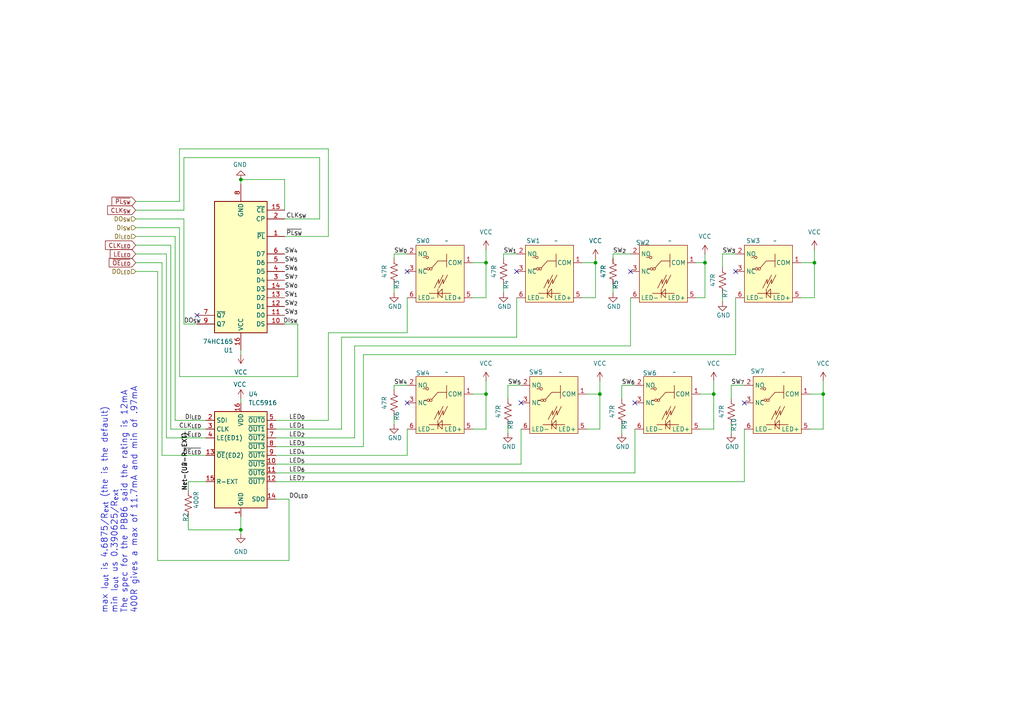
<source format=kicad_sch>
(kicad_sch
	(version 20231120)
	(generator "eeschema")
	(generator_version "8.0")
	(uuid "cebaab3f-5d8f-4665-b730-37b18cf68a95")
	(paper "A4")
	(title_block
		(comment 4 "See https://github.com/aseanwatson/DrumKitButtons/tree/${REV}")
	)
	(lib_symbols
		(symbol "74xx:74HC165"
			(exclude_from_sim no)
			(in_bom yes)
			(on_board yes)
			(property "Reference" "U"
				(at -7.62 19.05 0)
				(effects
					(font
						(size 1.27 1.27)
					)
				)
			)
			(property "Value" "74HC165"
				(at -7.62 -21.59 0)
				(effects
					(font
						(size 1.27 1.27)
					)
				)
			)
			(property "Footprint" ""
				(at 0 0 0)
				(effects
					(font
						(size 1.27 1.27)
					)
					(hide yes)
				)
			)
			(property "Datasheet" "https://assets.nexperia.com/documents/data-sheet/74HC_HCT165.pdf"
				(at 0 0 0)
				(effects
					(font
						(size 1.27 1.27)
					)
					(hide yes)
				)
			)
			(property "Description" "Shift Register, 8-bit, Parallel Load"
				(at 0 0 0)
				(effects
					(font
						(size 1.27 1.27)
					)
					(hide yes)
				)
			)
			(property "ki_keywords" "8 bit shift register parallel load cmos"
				(at 0 0 0)
				(effects
					(font
						(size 1.27 1.27)
					)
					(hide yes)
				)
			)
			(property "ki_fp_filters" "DIP?16* SO*16*3.9x9.9mm*P1.27mm* SSOP*16*5.3x6.2mm*P0.65mm* TSSOP*16*4.4x5mm*P0.65*"
				(at 0 0 0)
				(effects
					(font
						(size 1.27 1.27)
					)
					(hide yes)
				)
			)
			(symbol "74HC165_1_0"
				(pin input line
					(at -12.7 -10.16 0)
					(length 5.08)
					(name "~{PL}"
						(effects
							(font
								(size 1.27 1.27)
							)
						)
					)
					(number "1"
						(effects
							(font
								(size 1.27 1.27)
							)
						)
					)
				)
				(pin input line
					(at -12.7 15.24 0)
					(length 5.08)
					(name "DS"
						(effects
							(font
								(size 1.27 1.27)
							)
						)
					)
					(number "10"
						(effects
							(font
								(size 1.27 1.27)
							)
						)
					)
				)
				(pin input line
					(at -12.7 12.7 0)
					(length 5.08)
					(name "D0"
						(effects
							(font
								(size 1.27 1.27)
							)
						)
					)
					(number "11"
						(effects
							(font
								(size 1.27 1.27)
							)
						)
					)
				)
				(pin input line
					(at -12.7 10.16 0)
					(length 5.08)
					(name "D1"
						(effects
							(font
								(size 1.27 1.27)
							)
						)
					)
					(number "12"
						(effects
							(font
								(size 1.27 1.27)
							)
						)
					)
				)
				(pin input line
					(at -12.7 7.62 0)
					(length 5.08)
					(name "D2"
						(effects
							(font
								(size 1.27 1.27)
							)
						)
					)
					(number "13"
						(effects
							(font
								(size 1.27 1.27)
							)
						)
					)
				)
				(pin input line
					(at -12.7 5.08 0)
					(length 5.08)
					(name "D3"
						(effects
							(font
								(size 1.27 1.27)
							)
						)
					)
					(number "14"
						(effects
							(font
								(size 1.27 1.27)
							)
						)
					)
				)
				(pin input line
					(at -12.7 -17.78 0)
					(length 5.08)
					(name "~{CE}"
						(effects
							(font
								(size 1.27 1.27)
							)
						)
					)
					(number "15"
						(effects
							(font
								(size 1.27 1.27)
							)
						)
					)
				)
				(pin power_in line
					(at 0 22.86 270)
					(length 5.08)
					(name "VCC"
						(effects
							(font
								(size 1.27 1.27)
							)
						)
					)
					(number "16"
						(effects
							(font
								(size 1.27 1.27)
							)
						)
					)
				)
				(pin input line
					(at -12.7 -15.24 0)
					(length 5.08)
					(name "CP"
						(effects
							(font
								(size 1.27 1.27)
							)
						)
					)
					(number "2"
						(effects
							(font
								(size 1.27 1.27)
							)
						)
					)
				)
				(pin input line
					(at -12.7 2.54 0)
					(length 5.08)
					(name "D4"
						(effects
							(font
								(size 1.27 1.27)
							)
						)
					)
					(number "3"
						(effects
							(font
								(size 1.27 1.27)
							)
						)
					)
				)
				(pin input line
					(at -12.7 0 0)
					(length 5.08)
					(name "D5"
						(effects
							(font
								(size 1.27 1.27)
							)
						)
					)
					(number "4"
						(effects
							(font
								(size 1.27 1.27)
							)
						)
					)
				)
				(pin input line
					(at -12.7 -2.54 0)
					(length 5.08)
					(name "D6"
						(effects
							(font
								(size 1.27 1.27)
							)
						)
					)
					(number "5"
						(effects
							(font
								(size 1.27 1.27)
							)
						)
					)
				)
				(pin input line
					(at -12.7 -5.08 0)
					(length 5.08)
					(name "D7"
						(effects
							(font
								(size 1.27 1.27)
							)
						)
					)
					(number "6"
						(effects
							(font
								(size 1.27 1.27)
							)
						)
					)
				)
				(pin output line
					(at 12.7 12.7 180)
					(length 5.08)
					(name "~{Q7}"
						(effects
							(font
								(size 1.27 1.27)
							)
						)
					)
					(number "7"
						(effects
							(font
								(size 1.27 1.27)
							)
						)
					)
				)
				(pin power_in line
					(at 0 -25.4 90)
					(length 5.08)
					(name "GND"
						(effects
							(font
								(size 1.27 1.27)
							)
						)
					)
					(number "8"
						(effects
							(font
								(size 1.27 1.27)
							)
						)
					)
				)
				(pin output line
					(at 12.7 15.24 180)
					(length 5.08)
					(name "Q7"
						(effects
							(font
								(size 1.27 1.27)
							)
						)
					)
					(number "9"
						(effects
							(font
								(size 1.27 1.27)
							)
						)
					)
				)
			)
			(symbol "74HC165_1_1"
				(rectangle
					(start -7.62 17.78)
					(end 7.62 -20.32)
					(stroke
						(width 0.254)
						(type default)
					)
					(fill
						(type background)
					)
				)
			)
		)
		(symbol "Device:R_US"
			(pin_numbers hide)
			(pin_names
				(offset 0)
			)
			(exclude_from_sim no)
			(in_bom yes)
			(on_board yes)
			(property "Reference" "R"
				(at 2.54 0 90)
				(effects
					(font
						(size 1.27 1.27)
					)
				)
			)
			(property "Value" "R_US"
				(at -2.54 0 90)
				(effects
					(font
						(size 1.27 1.27)
					)
				)
			)
			(property "Footprint" ""
				(at 1.016 -0.254 90)
				(effects
					(font
						(size 1.27 1.27)
					)
					(hide yes)
				)
			)
			(property "Datasheet" "~"
				(at 0 0 0)
				(effects
					(font
						(size 1.27 1.27)
					)
					(hide yes)
				)
			)
			(property "Description" "Resistor, US symbol"
				(at 0 0 0)
				(effects
					(font
						(size 1.27 1.27)
					)
					(hide yes)
				)
			)
			(property "ki_keywords" "R res resistor"
				(at 0 0 0)
				(effects
					(font
						(size 1.27 1.27)
					)
					(hide yes)
				)
			)
			(property "ki_fp_filters" "R_*"
				(at 0 0 0)
				(effects
					(font
						(size 1.27 1.27)
					)
					(hide yes)
				)
			)
			(symbol "R_US_0_1"
				(polyline
					(pts
						(xy 0 -2.286) (xy 0 -2.54)
					)
					(stroke
						(width 0)
						(type default)
					)
					(fill
						(type none)
					)
				)
				(polyline
					(pts
						(xy 0 2.286) (xy 0 2.54)
					)
					(stroke
						(width 0)
						(type default)
					)
					(fill
						(type none)
					)
				)
				(polyline
					(pts
						(xy 0 -0.762) (xy 1.016 -1.143) (xy 0 -1.524) (xy -1.016 -1.905) (xy 0 -2.286)
					)
					(stroke
						(width 0)
						(type default)
					)
					(fill
						(type none)
					)
				)
				(polyline
					(pts
						(xy 0 0.762) (xy 1.016 0.381) (xy 0 0) (xy -1.016 -0.381) (xy 0 -0.762)
					)
					(stroke
						(width 0)
						(type default)
					)
					(fill
						(type none)
					)
				)
				(polyline
					(pts
						(xy 0 2.286) (xy 1.016 1.905) (xy 0 1.524) (xy -1.016 1.143) (xy 0 0.762)
					)
					(stroke
						(width 0)
						(type default)
					)
					(fill
						(type none)
					)
				)
			)
			(symbol "R_US_1_1"
				(pin passive line
					(at 0 3.81 270)
					(length 1.27)
					(name "~"
						(effects
							(font
								(size 1.27 1.27)
							)
						)
					)
					(number "1"
						(effects
							(font
								(size 1.27 1.27)
							)
						)
					)
				)
				(pin passive line
					(at 0 -3.81 90)
					(length 1.27)
					(name "~"
						(effects
							(font
								(size 1.27 1.27)
							)
						)
					)
					(number "2"
						(effects
							(font
								(size 1.27 1.27)
							)
						)
					)
				)
			)
		)
		(symbol "Driver_LED:TLC5916"
			(exclude_from_sim no)
			(in_bom yes)
			(on_board yes)
			(property "Reference" "U"
				(at -7.62 13.97 0)
				(effects
					(font
						(size 1.27 1.27)
					)
				)
			)
			(property "Value" "TLC5916"
				(at -7.62 -16.51 0)
				(effects
					(font
						(size 1.27 1.27)
					)
				)
			)
			(property "Footprint" ""
				(at 0 0 0)
				(effects
					(font
						(size 1.27 1.27)
					)
					(hide yes)
				)
			)
			(property "Datasheet" "https://www.ti.com/lit/ds/symlink/tlc5916.pdf"
				(at 1.27 0 0)
				(effects
					(font
						(size 1.27 1.27)
					)
					(hide yes)
				)
			)
			(property "Description" "8-Channel Constant-Current LED Sink Driver"
				(at 0 0 0)
				(effects
					(font
						(size 1.27 1.27)
					)
					(hide yes)
				)
			)
			(property "ki_keywords" "LED Constant-Current Driver"
				(at 0 0 0)
				(effects
					(font
						(size 1.27 1.27)
					)
					(hide yes)
				)
			)
			(property "ki_fp_filters" "DIP*W7.62mm* SOIC*3.9x9.9mm*P1.27mm* TSSOP*4.4x5mm*P0.65mm*"
				(at 0 0 0)
				(effects
					(font
						(size 1.27 1.27)
					)
					(hide yes)
				)
			)
			(symbol "TLC5916_1_0"
				(pin power_in line
					(at 0 -17.78 90)
					(length 2.54)
					(name "GND"
						(effects
							(font
								(size 1.27 1.27)
							)
						)
					)
					(number "1"
						(effects
							(font
								(size 1.27 1.27)
							)
						)
					)
				)
				(pin open_collector line
					(at 10.16 -2.54 180)
					(length 2.54)
					(name "~{OUT5}"
						(effects
							(font
								(size 1.27 1.27)
							)
						)
					)
					(number "10"
						(effects
							(font
								(size 1.27 1.27)
							)
						)
					)
				)
				(pin open_collector line
					(at 10.16 -5.08 180)
					(length 2.54)
					(name "~{OUT6}"
						(effects
							(font
								(size 1.27 1.27)
							)
						)
					)
					(number "11"
						(effects
							(font
								(size 1.27 1.27)
							)
						)
					)
				)
				(pin open_collector line
					(at 10.16 -7.62 180)
					(length 2.54)
					(name "~{OUT7}"
						(effects
							(font
								(size 1.27 1.27)
							)
						)
					)
					(number "12"
						(effects
							(font
								(size 1.27 1.27)
							)
						)
					)
				)
				(pin passive line
					(at -10.16 0 0)
					(length 2.54)
					(name "~{OE}(ED2)"
						(effects
							(font
								(size 1.27 1.27)
							)
						)
					)
					(number "13"
						(effects
							(font
								(size 1.27 1.27)
							)
						)
					)
				)
				(pin output line
					(at 10.16 -12.7 180)
					(length 2.54)
					(name "SDO"
						(effects
							(font
								(size 1.27 1.27)
							)
						)
					)
					(number "14"
						(effects
							(font
								(size 1.27 1.27)
							)
						)
					)
				)
				(pin input line
					(at -10.16 -7.62 0)
					(length 2.54)
					(name "R-EXT"
						(effects
							(font
								(size 1.27 1.27)
							)
						)
					)
					(number "15"
						(effects
							(font
								(size 1.27 1.27)
							)
						)
					)
				)
				(pin power_in line
					(at 0 15.24 270)
					(length 2.54)
					(name "VDD"
						(effects
							(font
								(size 1.27 1.27)
							)
						)
					)
					(number "16"
						(effects
							(font
								(size 1.27 1.27)
							)
						)
					)
				)
				(pin input line
					(at -10.16 10.16 0)
					(length 2.54)
					(name "SDI"
						(effects
							(font
								(size 1.27 1.27)
							)
						)
					)
					(number "2"
						(effects
							(font
								(size 1.27 1.27)
							)
						)
					)
				)
				(pin input line
					(at -10.16 7.62 0)
					(length 2.54)
					(name "CLK"
						(effects
							(font
								(size 1.27 1.27)
							)
						)
					)
					(number "3"
						(effects
							(font
								(size 1.27 1.27)
							)
						)
					)
				)
				(pin passive line
					(at -10.16 5.08 0)
					(length 2.54)
					(name "LE(ED1)"
						(effects
							(font
								(size 1.27 1.27)
							)
						)
					)
					(number "4"
						(effects
							(font
								(size 1.27 1.27)
							)
						)
					)
				)
				(pin open_collector line
					(at 10.16 10.16 180)
					(length 2.54)
					(name "~{OUT0}"
						(effects
							(font
								(size 1.27 1.27)
							)
						)
					)
					(number "5"
						(effects
							(font
								(size 1.27 1.27)
							)
						)
					)
				)
				(pin open_collector line
					(at 10.16 7.62 180)
					(length 2.54)
					(name "~{OUT1}"
						(effects
							(font
								(size 1.27 1.27)
							)
						)
					)
					(number "6"
						(effects
							(font
								(size 1.27 1.27)
							)
						)
					)
				)
				(pin open_collector line
					(at 10.16 5.08 180)
					(length 2.54)
					(name "~{OUT2}"
						(effects
							(font
								(size 1.27 1.27)
							)
						)
					)
					(number "7"
						(effects
							(font
								(size 1.27 1.27)
							)
						)
					)
				)
				(pin open_collector line
					(at 10.16 2.54 180)
					(length 2.54)
					(name "~{OUT3}"
						(effects
							(font
								(size 1.27 1.27)
							)
						)
					)
					(number "8"
						(effects
							(font
								(size 1.27 1.27)
							)
						)
					)
				)
				(pin open_collector line
					(at 10.16 0 180)
					(length 2.54)
					(name "~{OUT4}"
						(effects
							(font
								(size 1.27 1.27)
							)
						)
					)
					(number "9"
						(effects
							(font
								(size 1.27 1.27)
							)
						)
					)
				)
			)
			(symbol "TLC5916_1_1"
				(rectangle
					(start -7.62 12.7)
					(end 7.62 -15.24)
					(stroke
						(width 0.254)
						(type default)
					)
					(fill
						(type background)
					)
				)
			)
		)
		(symbol "Local:PB68"
			(exclude_from_sim no)
			(in_bom yes)
			(on_board yes)
			(property "Reference" "SW"
				(at 6.604 1.524 0)
				(effects
					(font
						(size 1.27 1.27)
					)
				)
			)
			(property "Value" ""
				(at 0 0 0)
				(effects
					(font
						(size 1.27 1.27)
					)
				)
			)
			(property "Footprint" "Local:PB86"
				(at 0 0 0)
				(effects
					(font
						(size 1.27 1.27)
					)
					(hide yes)
				)
			)
			(property "Datasheet" "https://cdn-shop.adafruit.com/product-files/5499/step_switch.png"
				(at 1.778 4.318 0)
				(effects
					(font
						(size 1.27 1.27)
					)
					(hide yes)
				)
			)
			(property "Description" "LED/DPST Combo"
				(at 1.778 6.604 0)
				(effects
					(font
						(size 1.27 1.27)
					)
					(hide yes)
				)
			)
			(symbol "PB68_0_0"
				(pin passive line
					(at 15.24 -5.08 180)
					(length 2.54)
					(name "COM"
						(effects
							(font
								(size 1.27 1.27)
							)
						)
					)
					(number "1"
						(effects
							(font
								(size 1.27 1.27)
							)
						)
					)
				)
				(pin passive line
					(at -3.81 -2.54 0)
					(length 2.54)
					(name "NO"
						(effects
							(font
								(size 1.27 1.27)
							)
						)
					)
					(number "2"
						(effects
							(font
								(size 1.27 1.27)
							)
						)
					)
				)
				(pin passive line
					(at -3.81 -7.62 0)
					(length 2.54)
					(name "NC"
						(effects
							(font
								(size 1.27 1.27)
							)
						)
					)
					(number "3"
						(effects
							(font
								(size 1.27 1.27)
							)
						)
					)
				)
				(pin power_in line
					(at 15.24 -15.24 180)
					(length 2.54)
					(name "LED+"
						(effects
							(font
								(size 1.27 1.27)
							)
						)
					)
					(number "5"
						(effects
							(font
								(size 1.27 1.27)
							)
						)
					)
				)
				(pin open_emitter line
					(at -3.81 -15.24 0)
					(length 2.54)
					(name "LED-"
						(effects
							(font
								(size 1.27 1.27)
							)
						)
					)
					(number "6"
						(effects
							(font
								(size 1.27 1.27)
							)
						)
					)
				)
			)
			(symbol "PB68_0_1"
				(rectangle
					(start -1.27 0)
					(end 12.7 -16.51)
					(stroke
						(width 0)
						(type default)
					)
					(fill
						(type background)
					)
				)
				(polyline
					(pts
						(xy 1.524 -3.556) (xy 0.762 -3.556)
					)
					(stroke
						(width 0)
						(type default)
					)
					(fill
						(type none)
					)
				)
				(polyline
					(pts
						(xy 1.778 -6.858) (xy 1.016 -6.858)
					)
					(stroke
						(width 0)
						(type default)
					)
					(fill
						(type none)
					)
				)
				(polyline
					(pts
						(xy 5.08 -15.24) (xy 5.08 -12.7)
					)
					(stroke
						(width 0)
						(type default)
					)
					(fill
						(type none)
					)
				)
				(polyline
					(pts
						(xy 6.35 -11.43) (xy 6.35 -11.43)
					)
					(stroke
						(width 0)
						(type default)
					)
					(fill
						(type none)
					)
				)
				(polyline
					(pts
						(xy 6.35 -11.43) (xy 6.35 -11.43)
					)
					(stroke
						(width 0)
						(type default)
					)
					(fill
						(type none)
					)
				)
				(polyline
					(pts
						(xy 7.62 -2.54) (xy 7.62 -6.35)
					)
					(stroke
						(width 0)
						(type default)
					)
					(fill
						(type none)
					)
				)
				(polyline
					(pts
						(xy 8.89 -13.97) (xy 2.54 -13.97)
					)
					(stroke
						(width 0)
						(type default)
					)
					(fill
						(type none)
					)
				)
				(polyline
					(pts
						(xy 7.62 -4.572) (xy 5.08 -4.572) (xy 3.302 -6.604)
					)
					(stroke
						(width 0)
						(type default)
					)
					(fill
						(type none)
					)
				)
				(polyline
					(pts
						(xy 4.064 -12.446) (xy 5.334 -9.906) (xy 5.334 -11.176) (xy 6.604 -8.636)
					)
					(stroke
						(width 0)
						(type default)
					)
					(fill
						(type none)
					)
				)
				(polyline
					(pts
						(xy 5.08 -13.97) (xy 6.35 -12.7) (xy 6.35 -15.24) (xy 5.08 -13.97)
					)
					(stroke
						(width 0)
						(type default)
					)
					(fill
						(type none)
					)
				)
				(polyline
					(pts
						(xy 5.334 -12.446) (xy 6.604 -9.906) (xy 6.604 -11.176) (xy 7.874 -8.636)
					)
					(stroke
						(width 0)
						(type default)
					)
					(fill
						(type none)
					)
				)
				(circle
					(center 2.032 -3.556)
					(radius 0.3592)
					(stroke
						(width 0)
						(type default)
					)
					(fill
						(type none)
					)
				)
				(circle
					(center 2.286 -6.858)
					(radius 0.3592)
					(stroke
						(width 0)
						(type default)
					)
					(fill
						(type none)
					)
				)
				(circle
					(center 3.048 -6.858)
					(radius 0.3592)
					(stroke
						(width 0)
						(type default)
					)
					(fill
						(type none)
					)
				)
			)
		)
		(symbol "power:GND"
			(power)
			(pin_numbers hide)
			(pin_names
				(offset 0) hide)
			(exclude_from_sim no)
			(in_bom yes)
			(on_board yes)
			(property "Reference" "#PWR"
				(at 0 -6.35 0)
				(effects
					(font
						(size 1.27 1.27)
					)
					(hide yes)
				)
			)
			(property "Value" "GND"
				(at 0 -3.81 0)
				(effects
					(font
						(size 1.27 1.27)
					)
				)
			)
			(property "Footprint" ""
				(at 0 0 0)
				(effects
					(font
						(size 1.27 1.27)
					)
					(hide yes)
				)
			)
			(property "Datasheet" ""
				(at 0 0 0)
				(effects
					(font
						(size 1.27 1.27)
					)
					(hide yes)
				)
			)
			(property "Description" "Power symbol creates a global label with name \"GND\" , ground"
				(at 0 0 0)
				(effects
					(font
						(size 1.27 1.27)
					)
					(hide yes)
				)
			)
			(property "ki_keywords" "global power"
				(at 0 0 0)
				(effects
					(font
						(size 1.27 1.27)
					)
					(hide yes)
				)
			)
			(symbol "GND_0_1"
				(polyline
					(pts
						(xy 0 0) (xy 0 -1.27) (xy 1.27 -1.27) (xy 0 -2.54) (xy -1.27 -1.27) (xy 0 -1.27)
					)
					(stroke
						(width 0)
						(type default)
					)
					(fill
						(type none)
					)
				)
			)
			(symbol "GND_1_1"
				(pin power_in line
					(at 0 0 270)
					(length 0)
					(name "~"
						(effects
							(font
								(size 1.27 1.27)
							)
						)
					)
					(number "1"
						(effects
							(font
								(size 1.27 1.27)
							)
						)
					)
				)
			)
		)
		(symbol "power:VCC"
			(power)
			(pin_numbers hide)
			(pin_names
				(offset 0) hide)
			(exclude_from_sim no)
			(in_bom yes)
			(on_board yes)
			(property "Reference" "#PWR"
				(at 0 -3.81 0)
				(effects
					(font
						(size 1.27 1.27)
					)
					(hide yes)
				)
			)
			(property "Value" "VCC"
				(at 0 3.556 0)
				(effects
					(font
						(size 1.27 1.27)
					)
				)
			)
			(property "Footprint" ""
				(at 0 0 0)
				(effects
					(font
						(size 1.27 1.27)
					)
					(hide yes)
				)
			)
			(property "Datasheet" ""
				(at 0 0 0)
				(effects
					(font
						(size 1.27 1.27)
					)
					(hide yes)
				)
			)
			(property "Description" "Power symbol creates a global label with name \"VCC\""
				(at 0 0 0)
				(effects
					(font
						(size 1.27 1.27)
					)
					(hide yes)
				)
			)
			(property "ki_keywords" "global power"
				(at 0 0 0)
				(effects
					(font
						(size 1.27 1.27)
					)
					(hide yes)
				)
			)
			(symbol "VCC_0_1"
				(polyline
					(pts
						(xy -0.762 1.27) (xy 0 2.54)
					)
					(stroke
						(width 0)
						(type default)
					)
					(fill
						(type none)
					)
				)
				(polyline
					(pts
						(xy 0 0) (xy 0 2.54)
					)
					(stroke
						(width 0)
						(type default)
					)
					(fill
						(type none)
					)
				)
				(polyline
					(pts
						(xy 0 2.54) (xy 0.762 1.27)
					)
					(stroke
						(width 0)
						(type default)
					)
					(fill
						(type none)
					)
				)
			)
			(symbol "VCC_1_1"
				(pin power_in line
					(at 0 0 90)
					(length 0)
					(name "~"
						(effects
							(font
								(size 1.27 1.27)
							)
						)
					)
					(number "1"
						(effects
							(font
								(size 1.27 1.27)
							)
						)
					)
				)
			)
		)
	)
	(junction
		(at 173.99 114.3)
		(diameter 0)
		(color 0 0 0 0)
		(uuid "026f7eca-088d-4996-b20d-a91de82e3cac")
	)
	(junction
		(at 69.85 52.07)
		(diameter 0)
		(color 0 0 0 0)
		(uuid "21fdc8cf-2e54-4e9e-a0da-bfba9501ccc7")
	)
	(junction
		(at 236.22 76.2)
		(diameter 0)
		(color 0 0 0 0)
		(uuid "4dd07684-47b7-47f4-9579-626320a68323")
	)
	(junction
		(at 140.97 76.2)
		(diameter 0)
		(color 0 0 0 0)
		(uuid "51271ec8-d99e-4c03-b6ad-2e435da76575")
	)
	(junction
		(at 238.76 114.3)
		(diameter 0)
		(color 0 0 0 0)
		(uuid "6161c7b8-75dd-4c96-903e-6179cc985d09")
	)
	(junction
		(at 69.85 153.67)
		(diameter 0)
		(color 0 0 0 0)
		(uuid "7310226e-2373-40ca-93fd-4f0e068b3f1f")
	)
	(junction
		(at 207.01 114.3)
		(diameter 0)
		(color 0 0 0 0)
		(uuid "85741f5f-4cb6-4566-80d1-47fa9f646788")
	)
	(junction
		(at 140.97 114.3)
		(diameter 0)
		(color 0 0 0 0)
		(uuid "95c58d0d-36ce-4190-ad25-1696f667054e")
	)
	(junction
		(at 204.47 76.2)
		(diameter 0)
		(color 0 0 0 0)
		(uuid "bbc32aca-9d57-4114-bf59-7f0226378f78")
	)
	(junction
		(at 172.72 76.2)
		(diameter 0)
		(color 0 0 0 0)
		(uuid "f1197b0d-9546-4eaf-bf63-277c70bf0bd6")
	)
	(no_connect
		(at 215.9 116.84)
		(uuid "0dc81797-6ac7-45b6-b8bf-7daf9c9dfed2")
	)
	(no_connect
		(at 182.88 78.74)
		(uuid "0dc87a2e-7aea-452b-be3a-fde99046ca54")
	)
	(no_connect
		(at 149.86 78.74)
		(uuid "10a3d7d0-34a7-4453-b6d6-7ffc7d88de9b")
	)
	(no_connect
		(at 118.11 78.74)
		(uuid "182ed961-05de-4df9-ae6d-88c54cec4a3a")
	)
	(no_connect
		(at 57.15 91.44)
		(uuid "49f448ec-062b-4b61-bb91-a79fa1411f7d")
	)
	(no_connect
		(at 118.11 116.84)
		(uuid "628c2288-8a69-47b7-b07c-c112ce50eb7b")
	)
	(no_connect
		(at 213.36 78.74)
		(uuid "6a7346f6-6d1e-4a74-99bb-245b606ec9c5")
	)
	(no_connect
		(at 151.13 116.84)
		(uuid "ad644fde-fad7-4109-bcf6-3e8de835cebc")
	)
	(no_connect
		(at 184.15 116.84)
		(uuid "d45792e2-63fb-4010-966e-cc23fcd6cff4")
	)
	(wire
		(pts
			(xy 102.87 100.33) (xy 182.88 100.33)
		)
		(stroke
			(width 0)
			(type default)
		)
		(uuid "032d313d-3c9c-4bcf-bad4-08c5f041486d")
	)
	(wire
		(pts
			(xy 99.06 97.79) (xy 149.86 97.79)
		)
		(stroke
			(width 0)
			(type default)
		)
		(uuid "055c838a-e7b2-4605-90c1-9d1e42caf2e5")
	)
	(wire
		(pts
			(xy 170.18 114.3) (xy 173.99 114.3)
		)
		(stroke
			(width 0)
			(type default)
		)
		(uuid "0be56889-42a1-4008-8f52-9bb2495c3038")
	)
	(wire
		(pts
			(xy 207.01 124.46) (xy 203.2 124.46)
		)
		(stroke
			(width 0)
			(type default)
		)
		(uuid "0be9b4b8-53c3-44bd-82e5-f049eabe6651")
	)
	(wire
		(pts
			(xy 53.34 93.98) (xy 57.15 93.98)
		)
		(stroke
			(width 0)
			(type default)
		)
		(uuid "0ccb336a-4f2f-4665-a3dc-0f75db4d23ba")
	)
	(wire
		(pts
			(xy 204.47 76.2) (xy 204.47 86.36)
		)
		(stroke
			(width 0)
			(type default)
		)
		(uuid "0d43910d-3123-475b-a81e-b442fa0f1d39")
	)
	(wire
		(pts
			(xy 180.34 111.76) (xy 180.34 115.57)
		)
		(stroke
			(width 0)
			(type default)
		)
		(uuid "0e86bc0b-ca3f-41bb-a9d4-824adf5731bd")
	)
	(wire
		(pts
			(xy 114.3 82.55) (xy 114.3 85.09)
		)
		(stroke
			(width 0)
			(type default)
		)
		(uuid "10c1a247-b4a1-4635-a6c0-88bfef929fb0")
	)
	(wire
		(pts
			(xy 39.37 78.74) (xy 45.72 78.74)
		)
		(stroke
			(width 0)
			(type default)
		)
		(uuid "14e0c203-5025-4ee3-8a3b-13899abbb00c")
	)
	(wire
		(pts
			(xy 173.99 114.3) (xy 173.99 124.46)
		)
		(stroke
			(width 0)
			(type default)
		)
		(uuid "17366c5b-d82d-4e16-acbd-cc66dc8196d2")
	)
	(wire
		(pts
			(xy 54.61 139.7) (xy 54.61 142.24)
		)
		(stroke
			(width 0)
			(type default)
		)
		(uuid "179579a0-5d51-410d-bbb1-52fedf1a7051")
	)
	(wire
		(pts
			(xy 151.13 134.62) (xy 151.13 124.46)
		)
		(stroke
			(width 0)
			(type default)
		)
		(uuid "195fe722-8d16-4597-9e3e-209486737271")
	)
	(wire
		(pts
			(xy 95.25 43.18) (xy 52.07 43.18)
		)
		(stroke
			(width 0)
			(type default)
		)
		(uuid "1b72b37e-db3b-43db-aafd-d464e9a4b4bd")
	)
	(wire
		(pts
			(xy 201.93 76.2) (xy 204.47 76.2)
		)
		(stroke
			(width 0)
			(type default)
		)
		(uuid "1fc94ebb-80ab-4292-9f33-d49423fec1e7")
	)
	(wire
		(pts
			(xy 86.36 109.22) (xy 86.36 93.98)
		)
		(stroke
			(width 0)
			(type default)
		)
		(uuid "2031a22d-e90d-4590-bc0d-c1b9d6d5c516")
	)
	(wire
		(pts
			(xy 114.3 111.76) (xy 118.11 111.76)
		)
		(stroke
			(width 0)
			(type default)
		)
		(uuid "216a61c3-c0c7-4c92-a933-dd76d51c36ee")
	)
	(wire
		(pts
			(xy 177.8 82.55) (xy 177.8 85.09)
		)
		(stroke
			(width 0)
			(type default)
		)
		(uuid "22e6567f-f1a6-4ea1-b581-0655a490cf25")
	)
	(wire
		(pts
			(xy 39.37 73.66) (xy 48.26 73.66)
		)
		(stroke
			(width 0)
			(type default)
		)
		(uuid "2377e4b8-c16e-4429-b5b8-8cbe163a08b8")
	)
	(wire
		(pts
			(xy 238.76 110.49) (xy 238.76 114.3)
		)
		(stroke
			(width 0)
			(type default)
		)
		(uuid "27c50b73-2104-4d39-a4a1-ceaa689a97ca")
	)
	(wire
		(pts
			(xy 172.72 86.36) (xy 168.91 86.36)
		)
		(stroke
			(width 0)
			(type default)
		)
		(uuid "2a2f0104-d7ff-4d70-97ec-d102e8b1adf5")
	)
	(wire
		(pts
			(xy 147.32 111.76) (xy 147.32 115.57)
		)
		(stroke
			(width 0)
			(type default)
		)
		(uuid "2c143a96-fe57-4d6f-99c9-975f2f519f51")
	)
	(wire
		(pts
			(xy 184.15 137.16) (xy 184.15 124.46)
		)
		(stroke
			(width 0)
			(type default)
		)
		(uuid "33b2d931-c4b1-40f5-a127-232a42763004")
	)
	(wire
		(pts
			(xy 149.86 97.79) (xy 149.86 86.36)
		)
		(stroke
			(width 0)
			(type default)
		)
		(uuid "33baf3b8-c56e-4db7-bc0f-bfee0e2aae73")
	)
	(wire
		(pts
			(xy 80.01 134.62) (xy 151.13 134.62)
		)
		(stroke
			(width 0)
			(type default)
		)
		(uuid "37266ecd-3050-4b05-b362-b948503c7450")
	)
	(wire
		(pts
			(xy 45.72 162.56) (xy 45.72 78.74)
		)
		(stroke
			(width 0)
			(type default)
		)
		(uuid "37e32fa4-7f75-47e9-87c4-3c70fe94fd73")
	)
	(wire
		(pts
			(xy 39.37 60.96) (xy 53.34 60.96)
		)
		(stroke
			(width 0)
			(type default)
		)
		(uuid "3d09da35-bc78-42fc-8311-709d48eb1782")
	)
	(wire
		(pts
			(xy 180.34 111.76) (xy 184.15 111.76)
		)
		(stroke
			(width 0)
			(type default)
		)
		(uuid "3d441f7a-9a89-4c5f-bc78-6d3bf07d99ab")
	)
	(wire
		(pts
			(xy 52.07 43.18) (xy 52.07 58.42)
		)
		(stroke
			(width 0)
			(type default)
		)
		(uuid "40e8eb89-de79-4c09-8346-a0ee9c21553f")
	)
	(wire
		(pts
			(xy 118.11 86.36) (xy 118.11 96.52)
		)
		(stroke
			(width 0)
			(type default)
		)
		(uuid "43dc3e49-a09f-4de5-8748-c84f6769e618")
	)
	(wire
		(pts
			(xy 92.71 45.72) (xy 92.71 63.5)
		)
		(stroke
			(width 0)
			(type default)
		)
		(uuid "445b0abb-f85a-46dc-b0eb-29e15352f76c")
	)
	(wire
		(pts
			(xy 69.85 115.57) (xy 69.85 116.84)
		)
		(stroke
			(width 0)
			(type default)
		)
		(uuid "46618f8e-12fc-4d34-93a1-e3205375e72c")
	)
	(wire
		(pts
			(xy 82.55 63.5) (xy 92.71 63.5)
		)
		(stroke
			(width 0)
			(type default)
		)
		(uuid "48afa7d6-5603-44b1-8ed6-c05c1d5d794b")
	)
	(wire
		(pts
			(xy 118.11 96.52) (xy 95.25 96.52)
		)
		(stroke
			(width 0)
			(type default)
		)
		(uuid "494f9478-4699-4d05-a30e-db81f8deabb8")
	)
	(wire
		(pts
			(xy 213.36 102.87) (xy 213.36 86.36)
		)
		(stroke
			(width 0)
			(type default)
		)
		(uuid "4beea69d-5d63-41da-b495-cdd5f8d891eb")
	)
	(wire
		(pts
			(xy 53.34 60.96) (xy 53.34 45.72)
		)
		(stroke
			(width 0)
			(type default)
		)
		(uuid "4f5df0e1-a1f3-41dc-b422-6bfc0817a778")
	)
	(wire
		(pts
			(xy 95.25 68.58) (xy 95.25 43.18)
		)
		(stroke
			(width 0)
			(type default)
		)
		(uuid "521ea4fd-e806-4fc2-9a67-a8cc6b002248")
	)
	(wire
		(pts
			(xy 80.01 121.92) (xy 95.25 121.92)
		)
		(stroke
			(width 0)
			(type default)
		)
		(uuid "536d0c54-4c21-4bef-927a-80e49503990f")
	)
	(wire
		(pts
			(xy 182.88 100.33) (xy 182.88 86.36)
		)
		(stroke
			(width 0)
			(type default)
		)
		(uuid "56d6f392-09f8-4744-962a-0df5ccc02daf")
	)
	(wire
		(pts
			(xy 236.22 72.39) (xy 236.22 76.2)
		)
		(stroke
			(width 0)
			(type default)
		)
		(uuid "57162a4e-23ce-41f2-beb2-e4ab2c8453ce")
	)
	(wire
		(pts
			(xy 69.85 53.34) (xy 69.85 52.07)
		)
		(stroke
			(width 0)
			(type default)
		)
		(uuid "59de8b24-9878-40b6-b216-dc0e0fcb6ec4")
	)
	(wire
		(pts
			(xy 95.25 121.92) (xy 95.25 96.52)
		)
		(stroke
			(width 0)
			(type default)
		)
		(uuid "5c2139b0-762a-449c-ab82-b43650b175b2")
	)
	(wire
		(pts
			(xy 177.8 73.66) (xy 182.88 73.66)
		)
		(stroke
			(width 0)
			(type default)
		)
		(uuid "5c604087-aa0c-443e-9b21-aac1c1b1eca3")
	)
	(wire
		(pts
			(xy 140.97 110.49) (xy 140.97 114.3)
		)
		(stroke
			(width 0)
			(type default)
		)
		(uuid "5cdfa602-d860-4865-a6d4-94e5598ea7b1")
	)
	(wire
		(pts
			(xy 39.37 68.58) (xy 50.8 68.58)
		)
		(stroke
			(width 0)
			(type default)
		)
		(uuid "5d15477d-bf40-4965-b08e-4f7715dbf236")
	)
	(wire
		(pts
			(xy 48.26 127) (xy 59.69 127)
		)
		(stroke
			(width 0)
			(type default)
		)
		(uuid "5df6760a-3ea7-4c41-b3c6-5ff65f3aa944")
	)
	(wire
		(pts
			(xy 83.82 162.56) (xy 83.82 144.78)
		)
		(stroke
			(width 0)
			(type default)
		)
		(uuid "62009448-e2d9-4e23-858a-95f37b0bea8c")
	)
	(wire
		(pts
			(xy 177.8 73.66) (xy 177.8 74.93)
		)
		(stroke
			(width 0)
			(type default)
		)
		(uuid "620e3cb8-114d-43ee-ba4d-8340360fc55c")
	)
	(wire
		(pts
			(xy 39.37 66.04) (xy 52.07 66.04)
		)
		(stroke
			(width 0)
			(type default)
		)
		(uuid "62b25b5d-ef7f-4eff-bec4-71d1413f58d5")
	)
	(wire
		(pts
			(xy 173.99 124.46) (xy 170.18 124.46)
		)
		(stroke
			(width 0)
			(type default)
		)
		(uuid "65f10130-bdf5-4686-982e-cd9415d31e37")
	)
	(wire
		(pts
			(xy 172.72 76.2) (xy 172.72 86.36)
		)
		(stroke
			(width 0)
			(type default)
		)
		(uuid "66abec2e-5438-4c2d-8b26-5fb1a1648f81")
	)
	(wire
		(pts
			(xy 137.16 114.3) (xy 140.97 114.3)
		)
		(stroke
			(width 0)
			(type default)
		)
		(uuid "67c80746-5be7-4feb-a9b4-b335f1370448")
	)
	(wire
		(pts
			(xy 140.97 114.3) (xy 140.97 124.46)
		)
		(stroke
			(width 0)
			(type default)
		)
		(uuid "6c3abfd3-07c0-4acd-abe5-94ec80df50b2")
	)
	(wire
		(pts
			(xy 114.3 120.65) (xy 114.3 123.19)
		)
		(stroke
			(width 0)
			(type default)
		)
		(uuid "6deef885-8107-4bcc-aeea-730a62f615f3")
	)
	(wire
		(pts
			(xy 53.34 45.72) (xy 92.71 45.72)
		)
		(stroke
			(width 0)
			(type default)
		)
		(uuid "6e528a45-de8c-417f-8349-d6c05d15e9f0")
	)
	(wire
		(pts
			(xy 102.87 127) (xy 102.87 100.33)
		)
		(stroke
			(width 0)
			(type default)
		)
		(uuid "72b7fbfc-55dc-40e9-b467-bb56bdf32938")
	)
	(wire
		(pts
			(xy 147.32 111.76) (xy 151.13 111.76)
		)
		(stroke
			(width 0)
			(type default)
		)
		(uuid "73611a5d-3a75-467f-8226-489d85ed328d")
	)
	(wire
		(pts
			(xy 146.05 73.66) (xy 149.86 73.66)
		)
		(stroke
			(width 0)
			(type default)
		)
		(uuid "74ba165a-b760-4d68-87f5-0f4db1ae7264")
	)
	(wire
		(pts
			(xy 212.09 123.19) (xy 212.09 125.73)
		)
		(stroke
			(width 0)
			(type default)
		)
		(uuid "755afaab-a13d-4b9f-b003-6c4a251858ea")
	)
	(wire
		(pts
			(xy 212.09 111.76) (xy 215.9 111.76)
		)
		(stroke
			(width 0)
			(type default)
		)
		(uuid "75a791ab-f304-4d4f-bd28-ca169a2374b7")
	)
	(wire
		(pts
			(xy 172.72 74.93) (xy 172.72 76.2)
		)
		(stroke
			(width 0)
			(type default)
		)
		(uuid "775b2e54-9dfb-408b-93fe-5b2f94ec0e7c")
	)
	(wire
		(pts
			(xy 48.26 73.66) (xy 48.26 127)
		)
		(stroke
			(width 0)
			(type default)
		)
		(uuid "7917d76d-cbe1-4d8a-9f06-5441826e1667")
	)
	(wire
		(pts
			(xy 209.55 73.66) (xy 213.36 73.66)
		)
		(stroke
			(width 0)
			(type default)
		)
		(uuid "7c826efa-cbb2-4dca-8ba7-f63dd39f4c51")
	)
	(wire
		(pts
			(xy 118.11 132.08) (xy 118.11 124.46)
		)
		(stroke
			(width 0)
			(type default)
		)
		(uuid "7e52684f-2ebb-425a-a809-cf23c83aaeaa")
	)
	(wire
		(pts
			(xy 180.34 123.19) (xy 180.34 125.73)
		)
		(stroke
			(width 0)
			(type default)
		)
		(uuid "82cc003b-302b-40df-8ace-8b29651cfc6f")
	)
	(wire
		(pts
			(xy 209.55 73.66) (xy 209.55 77.47)
		)
		(stroke
			(width 0)
			(type default)
		)
		(uuid "835cfa98-a76b-41e1-b40d-33452a4082a9")
	)
	(wire
		(pts
			(xy 46.99 132.08) (xy 46.99 76.2)
		)
		(stroke
			(width 0)
			(type default)
		)
		(uuid "83fece55-ee20-4490-be07-3544f6ee04f0")
	)
	(wire
		(pts
			(xy 59.69 139.7) (xy 54.61 139.7)
		)
		(stroke
			(width 0)
			(type default)
		)
		(uuid "84d8cbdd-c2a1-493d-9b95-1dd1e7d9281d")
	)
	(wire
		(pts
			(xy 80.01 132.08) (xy 118.11 132.08)
		)
		(stroke
			(width 0)
			(type default)
		)
		(uuid "86b6e923-1da7-4f07-8a05-4082adec210c")
	)
	(wire
		(pts
			(xy 236.22 86.36) (xy 232.41 86.36)
		)
		(stroke
			(width 0)
			(type default)
		)
		(uuid "8905d596-5974-444c-afa4-7e59b212f3d7")
	)
	(wire
		(pts
			(xy 39.37 71.12) (xy 49.53 71.12)
		)
		(stroke
			(width 0)
			(type default)
		)
		(uuid "8c8dddec-6c76-41ef-8833-fd03c9b487e1")
	)
	(wire
		(pts
			(xy 54.61 153.67) (xy 69.85 153.67)
		)
		(stroke
			(width 0)
			(type default)
		)
		(uuid "8cc7bac2-8090-4930-a768-781a891da568")
	)
	(wire
		(pts
			(xy 49.53 124.46) (xy 59.69 124.46)
		)
		(stroke
			(width 0)
			(type default)
		)
		(uuid "8f94efde-228d-4d1c-91c3-06745cbe56f6")
	)
	(wire
		(pts
			(xy 54.61 149.86) (xy 54.61 153.67)
		)
		(stroke
			(width 0)
			(type default)
		)
		(uuid "9399eae2-9b1b-4290-86ff-aa4a502dc2db")
	)
	(wire
		(pts
			(xy 80.01 129.54) (xy 105.41 129.54)
		)
		(stroke
			(width 0)
			(type default)
		)
		(uuid "94d31ec2-82ac-45e8-a328-ffbc5a95c81d")
	)
	(wire
		(pts
			(xy 83.82 162.56) (xy 45.72 162.56)
		)
		(stroke
			(width 0)
			(type default)
		)
		(uuid "96c626b6-a7fa-4602-b941-767b43c68a58")
	)
	(wire
		(pts
			(xy 69.85 102.87) (xy 69.85 101.6)
		)
		(stroke
			(width 0)
			(type default)
		)
		(uuid "98828b27-cc23-48e5-9654-e302be82a3a9")
	)
	(wire
		(pts
			(xy 82.55 68.58) (xy 95.25 68.58)
		)
		(stroke
			(width 0)
			(type default)
		)
		(uuid "9c9033a0-f2d1-4a60-95c0-49c9e29a7afd")
	)
	(wire
		(pts
			(xy 82.55 52.07) (xy 69.85 52.07)
		)
		(stroke
			(width 0)
			(type default)
		)
		(uuid "9d0cbb74-b474-46ae-a0f4-b77f0ccf0a30")
	)
	(wire
		(pts
			(xy 204.47 86.36) (xy 201.93 86.36)
		)
		(stroke
			(width 0)
			(type default)
		)
		(uuid "a48d36bd-bbd9-401a-b857-718a8877ad53")
	)
	(wire
		(pts
			(xy 146.05 82.55) (xy 146.05 85.09)
		)
		(stroke
			(width 0)
			(type default)
		)
		(uuid "aa7d7e9a-a74b-4ccd-a18a-9a251b65b9fd")
	)
	(wire
		(pts
			(xy 80.01 144.78) (xy 83.82 144.78)
		)
		(stroke
			(width 0)
			(type default)
		)
		(uuid "af2493a8-ce03-4cf3-8476-896176903b1e")
	)
	(wire
		(pts
			(xy 114.3 111.76) (xy 114.3 113.03)
		)
		(stroke
			(width 0)
			(type default)
		)
		(uuid "b3d7c378-5e14-4855-847f-62f0ad1250cf")
	)
	(wire
		(pts
			(xy 80.01 127) (xy 102.87 127)
		)
		(stroke
			(width 0)
			(type default)
		)
		(uuid "b573487b-f271-42f4-83f6-2314b6554f08")
	)
	(wire
		(pts
			(xy 215.9 139.7) (xy 80.01 139.7)
		)
		(stroke
			(width 0)
			(type default)
		)
		(uuid "b6bb606d-e4ad-4abb-a330-63e3bb8d4a00")
	)
	(wire
		(pts
			(xy 52.07 66.04) (xy 52.07 109.22)
		)
		(stroke
			(width 0)
			(type default)
		)
		(uuid "b729513e-b11a-481b-acc4-3c29deb12afe")
	)
	(wire
		(pts
			(xy 82.55 60.96) (xy 82.55 52.07)
		)
		(stroke
			(width 0)
			(type default)
		)
		(uuid "b9701669-0c21-4394-b834-b1b6fa220ff3")
	)
	(wire
		(pts
			(xy 203.2 114.3) (xy 207.01 114.3)
		)
		(stroke
			(width 0)
			(type default)
		)
		(uuid "b985a6a7-6cb7-47d1-ae1b-ba0a63d7df4b")
	)
	(wire
		(pts
			(xy 80.01 124.46) (xy 99.06 124.46)
		)
		(stroke
			(width 0)
			(type default)
		)
		(uuid "ba677e57-a397-4014-a908-e7eac0289a1a")
	)
	(wire
		(pts
			(xy 39.37 76.2) (xy 46.99 76.2)
		)
		(stroke
			(width 0)
			(type default)
		)
		(uuid "bffc1d01-9f52-4df0-b8c0-6443a3cb8cc3")
	)
	(wire
		(pts
			(xy 234.95 114.3) (xy 238.76 114.3)
		)
		(stroke
			(width 0)
			(type default)
		)
		(uuid "c09c21e0-d40e-403e-867a-f7aad1315ae6")
	)
	(wire
		(pts
			(xy 114.3 73.66) (xy 114.3 74.93)
		)
		(stroke
			(width 0)
			(type default)
		)
		(uuid "c29e7e2b-29b7-464c-b9af-720b36ad939a")
	)
	(wire
		(pts
			(xy 69.85 153.67) (xy 69.85 154.94)
		)
		(stroke
			(width 0)
			(type default)
		)
		(uuid "c634f900-9b48-4834-9fdb-f0a0e1aa4a88")
	)
	(wire
		(pts
			(xy 207.01 110.49) (xy 207.01 114.3)
		)
		(stroke
			(width 0)
			(type default)
		)
		(uuid "c67261e4-21b9-4db9-b52d-f2eda099f0ed")
	)
	(wire
		(pts
			(xy 46.99 132.08) (xy 59.69 132.08)
		)
		(stroke
			(width 0)
			(type default)
		)
		(uuid "c81cf869-3d13-4c7d-8738-2b6000cd1b34")
	)
	(wire
		(pts
			(xy 99.06 124.46) (xy 99.06 97.79)
		)
		(stroke
			(width 0)
			(type default)
		)
		(uuid "c88a5bf6-d6b7-46ff-953e-313041d5eb6d")
	)
	(wire
		(pts
			(xy 49.53 124.46) (xy 49.53 71.12)
		)
		(stroke
			(width 0)
			(type default)
		)
		(uuid "c92113c5-303f-4a43-a171-df3988c97cd2")
	)
	(wire
		(pts
			(xy 69.85 149.86) (xy 69.85 153.67)
		)
		(stroke
			(width 0)
			(type default)
		)
		(uuid "cb2817f2-7056-481d-ab1b-51d50d9b46b6")
	)
	(wire
		(pts
			(xy 207.01 114.3) (xy 207.01 124.46)
		)
		(stroke
			(width 0)
			(type default)
		)
		(uuid "cb301627-4c92-4431-8e8e-d6e71274956a")
	)
	(wire
		(pts
			(xy 50.8 121.92) (xy 59.69 121.92)
		)
		(stroke
			(width 0)
			(type default)
		)
		(uuid "cd15e104-4f59-49e2-ad55-079f091e8df1")
	)
	(wire
		(pts
			(xy 147.32 123.19) (xy 147.32 125.73)
		)
		(stroke
			(width 0)
			(type default)
		)
		(uuid "cdd912b7-dcbb-497f-9ae8-e638ce30a6d3")
	)
	(wire
		(pts
			(xy 236.22 76.2) (xy 236.22 86.36)
		)
		(stroke
			(width 0)
			(type default)
		)
		(uuid "ce67d55f-cccb-41de-a8fa-60fc657d0c38")
	)
	(wire
		(pts
			(xy 80.01 137.16) (xy 184.15 137.16)
		)
		(stroke
			(width 0)
			(type default)
		)
		(uuid "cfe3b533-1e94-4c4a-930e-bc176c4cc5b4")
	)
	(wire
		(pts
			(xy 140.97 72.39) (xy 140.97 76.2)
		)
		(stroke
			(width 0)
			(type default)
		)
		(uuid "d05a0416-acff-42f8-9822-410d42fd429c")
	)
	(wire
		(pts
			(xy 82.55 93.98) (xy 86.36 93.98)
		)
		(stroke
			(width 0)
			(type default)
		)
		(uuid "d2c9b315-f6af-4b0a-bdc1-c5f421481200")
	)
	(wire
		(pts
			(xy 232.41 76.2) (xy 236.22 76.2)
		)
		(stroke
			(width 0)
			(type default)
		)
		(uuid "d3f2d17e-e3a6-42d6-bcb5-f69649bb09f6")
	)
	(wire
		(pts
			(xy 209.55 85.09) (xy 209.55 87.63)
		)
		(stroke
			(width 0)
			(type default)
		)
		(uuid "d67ec309-2356-44a1-a540-682648514225")
	)
	(wire
		(pts
			(xy 53.34 63.5) (xy 53.34 93.98)
		)
		(stroke
			(width 0)
			(type default)
		)
		(uuid "d8e90d6f-517c-45af-af8c-ab5ecd8f2043")
	)
	(wire
		(pts
			(xy 52.07 109.22) (xy 86.36 109.22)
		)
		(stroke
			(width 0)
			(type default)
		)
		(uuid "d973d307-ba0c-412e-b2f3-05830b58c0bd")
	)
	(wire
		(pts
			(xy 238.76 124.46) (xy 234.95 124.46)
		)
		(stroke
			(width 0)
			(type default)
		)
		(uuid "d9e4534a-7dbc-4dc5-a685-e370d5abe21d")
	)
	(wire
		(pts
			(xy 140.97 124.46) (xy 137.16 124.46)
		)
		(stroke
			(width 0)
			(type default)
		)
		(uuid "db32ee82-80ec-4b77-8ff2-38dab82c199f")
	)
	(wire
		(pts
			(xy 215.9 124.46) (xy 215.9 139.7)
		)
		(stroke
			(width 0)
			(type default)
		)
		(uuid "dc20482c-6ed3-4d2b-9112-6af8cc425ca9")
	)
	(wire
		(pts
			(xy 114.3 73.66) (xy 118.11 73.66)
		)
		(stroke
			(width 0)
			(type default)
		)
		(uuid "e2c896b9-a19f-4ab4-a2c6-265633caab2f")
	)
	(wire
		(pts
			(xy 238.76 114.3) (xy 238.76 124.46)
		)
		(stroke
			(width 0)
			(type default)
		)
		(uuid "e62867f4-7f90-4249-b350-fa49f23fa50c")
	)
	(wire
		(pts
			(xy 173.99 110.49) (xy 173.99 114.3)
		)
		(stroke
			(width 0)
			(type default)
		)
		(uuid "e8cc5a03-4588-458b-82cd-bc5b221553b1")
	)
	(wire
		(pts
			(xy 212.09 111.76) (xy 212.09 115.57)
		)
		(stroke
			(width 0)
			(type default)
		)
		(uuid "e9c91709-a391-4d6d-b247-e7a25cd861f4")
	)
	(wire
		(pts
			(xy 50.8 121.92) (xy 50.8 68.58)
		)
		(stroke
			(width 0)
			(type default)
		)
		(uuid "ea8f6273-effb-4a17-be7b-e14c0e3e6301")
	)
	(wire
		(pts
			(xy 204.47 73.66) (xy 204.47 76.2)
		)
		(stroke
			(width 0)
			(type default)
		)
		(uuid "eafc7100-70b6-4355-af6e-5479a72ae575")
	)
	(wire
		(pts
			(xy 39.37 63.5) (xy 53.34 63.5)
		)
		(stroke
			(width 0)
			(type default)
		)
		(uuid "ee238fd1-9b8f-488f-9475-34f7bbc19ebb")
	)
	(wire
		(pts
			(xy 140.97 86.36) (xy 137.16 86.36)
		)
		(stroke
			(width 0)
			(type default)
		)
		(uuid "eea3a803-8087-4e3e-b4e6-789f81066eab")
	)
	(wire
		(pts
			(xy 39.37 58.42) (xy 52.07 58.42)
		)
		(stroke
			(width 0)
			(type default)
		)
		(uuid "f0fd30e9-f97a-491f-b7f9-5516d76c80ab")
	)
	(wire
		(pts
			(xy 140.97 76.2) (xy 140.97 86.36)
		)
		(stroke
			(width 0)
			(type default)
		)
		(uuid "f29d389c-2343-453f-9129-4ff86fca16b6")
	)
	(wire
		(pts
			(xy 105.41 129.54) (xy 105.41 102.87)
		)
		(stroke
			(width 0)
			(type default)
		)
		(uuid "f3e4b940-0820-4c95-aa57-54629d7170cd")
	)
	(wire
		(pts
			(xy 168.91 76.2) (xy 172.72 76.2)
		)
		(stroke
			(width 0)
			(type default)
		)
		(uuid "f7b03991-2d2a-42da-b077-9434364ca61d")
	)
	(wire
		(pts
			(xy 146.05 73.66) (xy 146.05 74.93)
		)
		(stroke
			(width 0)
			(type default)
		)
		(uuid "f8d73255-4943-4d78-b619-f3260034d2f2")
	)
	(wire
		(pts
			(xy 137.16 76.2) (xy 140.97 76.2)
		)
		(stroke
			(width 0)
			(type default)
		)
		(uuid "fe75de7a-6836-43fc-ba84-aec9e4f68415")
	)
	(wire
		(pts
			(xy 105.41 102.87) (xy 213.36 102.87)
		)
		(stroke
			(width 0)
			(type default)
		)
		(uuid "fe96dd91-0082-4d8f-9f81-08bf2f75f7c2")
	)
	(text_box "max I_{out} is 4.6875/R_{ext} (the is the default)\nmin I_{out} us 0.390625/R_{ext}\nThe spec for the PB86 said the rating is 12mA\n400R gives a max of 11.7mA and min of .97mA\n"
		(exclude_from_sim no)
		(at 27.94 107.95 90)
		(size 13.97 71.12)
		(stroke
			(width -0.0001)
			(type default)
		)
		(fill
			(type none)
		)
		(effects
			(font
				(size 1.778 1.778)
			)
			(justify left top)
		)
		(uuid "2c17984e-588c-410c-913f-d89b4d8bbd72")
	)
	(label "SW_{4}"
		(at 82.55 73.66 0)
		(fields_autoplaced yes)
		(effects
			(font
				(size 1.27 1.27)
			)
			(justify left bottom)
		)
		(uuid "1f99520f-5bfe-40f8-959e-0d3ac2e0f07e")
	)
	(label "LED_{2}"
		(at 83.82 127 0)
		(fields_autoplaced yes)
		(effects
			(font
				(size 1.27 1.27)
			)
			(justify left bottom)
		)
		(uuid "259488c8-9fb9-47dc-80a2-747f7271c317")
	)
	(label "SW_{3}"
		(at 213.36 73.66 180)
		(fields_autoplaced yes)
		(effects
			(font
				(size 1.27 1.27)
			)
			(justify right bottom)
		)
		(uuid "329d9e83-fb97-4de0-a7cc-09d44e562d9d")
	)
	(label "DO_{SW}"
		(at 53.34 93.98 0)
		(fields_autoplaced yes)
		(effects
			(font
				(size 1.27 1.27)
			)
			(justify left bottom)
		)
		(uuid "35787ef1-9754-4802-963b-0a06cd7d9027")
	)
	(label "SW_{3}"
		(at 82.55 91.44 0)
		(fields_autoplaced yes)
		(effects
			(font
				(size 1.27 1.27)
			)
			(justify left bottom)
		)
		(uuid "371d6443-622a-4344-afc1-32d4fae91ffb")
	)
	(label "LED_{7}"
		(at 83.82 139.7 0)
		(fields_autoplaced yes)
		(effects
			(font
				(size 1.27 1.27)
			)
			(justify left bottom)
		)
		(uuid "4492704c-74f5-4896-8af3-63f8eed4462e")
	)
	(label "LED_{3}"
		(at 83.82 129.54 0)
		(fields_autoplaced yes)
		(effects
			(font
				(size 1.27 1.27)
			)
			(justify left bottom)
		)
		(uuid "51a3f80e-6a68-4de2-bdbf-ef3aadfe9209")
	)
	(label "SW_{7}"
		(at 215.9 111.76 180)
		(fields_autoplaced yes)
		(effects
			(font
				(size 1.27 1.27)
			)
			(justify right bottom)
		)
		(uuid "51d6c387-aefc-4b4e-b0c5-211b8676c83c")
	)
	(label "SW_{2}"
		(at 82.55 88.9 0)
		(fields_autoplaced yes)
		(effects
			(font
				(size 1.27 1.27)
			)
			(justify left bottom)
		)
		(uuid "5887772e-d443-48a5-b7d1-107ca8fe5004")
	)
	(label "~{OE_{LED}}"
		(at 58.42 132.08 180)
		(fields_autoplaced yes)
		(effects
			(font
				(size 1.27 1.27)
			)
			(justify right bottom)
		)
		(uuid "610f5d3f-0dff-4c14-9361-b073e375320d")
	)
	(label "DI_{SW}"
		(at 86.36 93.98 180)
		(fields_autoplaced yes)
		(effects
			(font
				(size 1.27 1.27)
			)
			(justify right bottom)
		)
		(uuid "71c7dede-9f44-4099-94e0-adbcd86907f0")
	)
	(label "SW_{1}"
		(at 82.55 86.36 0)
		(fields_autoplaced yes)
		(effects
			(font
				(size 1.27 1.27)
			)
			(justify left bottom)
		)
		(uuid "73ddefce-a142-454e-a6fb-4b604d72b57e")
	)
	(label "LE_{LED}"
		(at 58.42 127 180)
		(fields_autoplaced yes)
		(effects
			(font
				(size 1.27 1.27)
			)
			(justify right bottom)
		)
		(uuid "7cea7a7c-c83e-4318-92bd-40359e19d130")
	)
	(label "CLK_{SW}"
		(at 88.9 63.5 180)
		(fields_autoplaced yes)
		(effects
			(font
				(size 1.27 1.27)
			)
			(justify right bottom)
		)
		(uuid "86275678-e045-46f7-b7a1-667bc5756da2")
	)
	(label "Net-(U4-R-EXT)"
		(at 54.61 142.24 90)
		(fields_autoplaced yes)
		(effects
			(font
				(size 1.27 1.27)
			)
			(justify left bottom)
		)
		(uuid "8691047e-e55b-4215-96c4-4905bf0ec527")
	)
	(label "CLK_{LED}"
		(at 58.42 124.46 180)
		(fields_autoplaced yes)
		(effects
			(font
				(size 1.27 1.27)
			)
			(justify right bottom)
		)
		(uuid "8b24182b-ea3c-4c75-9e0e-fc2783e2fb27")
	)
	(label "SW_{0}"
		(at 118.11 73.66 180)
		(fields_autoplaced yes)
		(effects
			(font
				(size 1.27 1.27)
			)
			(justify right bottom)
		)
		(uuid "8bc358c6-0598-4a0e-908c-7aa1326d86b6")
	)
	(label "SW_{0}"
		(at 82.55 83.82 0)
		(fields_autoplaced yes)
		(effects
			(font
				(size 1.27 1.27)
			)
			(justify left bottom)
		)
		(uuid "90179a0e-c376-42f4-abca-a8b3f8c6d893")
	)
	(label "SW_{2}"
		(at 181.61 73.66 180)
		(fields_autoplaced yes)
		(effects
			(font
				(size 1.27 1.27)
			)
			(justify right bottom)
		)
		(uuid "980623b0-d09e-431d-99e8-aed96d080039")
	)
	(label "DI_{LED}"
		(at 58.42 121.92 180)
		(fields_autoplaced yes)
		(effects
			(font
				(size 1.27 1.27)
			)
			(justify right bottom)
		)
		(uuid "9bd4c050-2aca-4f12-9876-0e5338ce2294")
	)
	(label "LED_{5}"
		(at 83.82 134.62 0)
		(fields_autoplaced yes)
		(effects
			(font
				(size 1.27 1.27)
			)
			(justify left bottom)
		)
		(uuid "9d92a37f-f43b-429e-8269-f7bd5d22aaea")
	)
	(label "DO_{LED}"
		(at 83.82 144.78 0)
		(fields_autoplaced yes)
		(effects
			(font
				(size 1.27 1.27)
			)
			(justify left bottom)
		)
		(uuid "9f2d7dec-03ea-4316-92bc-dcb413079587")
	)
	(label "LED_{6}"
		(at 83.82 137.16 0)
		(fields_autoplaced yes)
		(effects
			(font
				(size 1.27 1.27)
			)
			(justify left bottom)
		)
		(uuid "9f6563fb-b4ed-4d38-804a-b41df4f19492")
	)
	(label "LED_{1}"
		(at 83.82 124.46 0)
		(fields_autoplaced yes)
		(effects
			(font
				(size 1.27 1.27)
			)
			(justify left bottom)
		)
		(uuid "a28a41a5-5450-4839-954a-992e5dcb90eb")
	)
	(label "SW_{7}"
		(at 82.55 81.28 0)
		(fields_autoplaced yes)
		(effects
			(font
				(size 1.27 1.27)
			)
			(justify left bottom)
		)
		(uuid "b15a68f3-bc69-413f-b58c-2a9d105781fb")
	)
	(label "SW_{4}"
		(at 118.11 111.76 180)
		(fields_autoplaced yes)
		(effects
			(font
				(size 1.27 1.27)
			)
			(justify right bottom)
		)
		(uuid "b61f67bd-5458-47af-9c21-0e9851b88e29")
	)
	(label "SW_{6}"
		(at 184.15 111.76 180)
		(fields_autoplaced yes)
		(effects
			(font
				(size 1.27 1.27)
			)
			(justify right bottom)
		)
		(uuid "b6e7f1f9-765c-4aa4-82bc-fa22d2650231")
	)
	(label "SW_{5}"
		(at 151.13 111.76 180)
		(fields_autoplaced yes)
		(effects
			(font
				(size 1.27 1.27)
			)
			(justify right bottom)
		)
		(uuid "c573fc7a-5772-4463-a44d-301ae93f0995")
	)
	(label "Net-(U2-R-EXT)"
		(at 54.61 142.24 90)
		(fields_autoplaced yes)
		(effects
			(font
				(size 1.27 1.27)
			)
			(justify left bottom)
		)
		(uuid "cb9c4449-b357-470d-b400-390221eb900f")
	)
	(label "Net-(U4-R-EXT)"
		(at 54.61 142.24 90)
		(fields_autoplaced yes)
		(effects
			(font
				(size 1.27 1.27)
			)
			(justify left bottom)
		)
		(uuid "d0cabc7b-a4b0-4e8c-824c-fcb6768eeffa")
	)
	(label "SW_{1}"
		(at 149.86 73.66 180)
		(fields_autoplaced yes)
		(effects
			(font
				(size 1.27 1.27)
			)
			(justify right bottom)
		)
		(uuid "d7f79315-7200-4fdf-8754-6caf51f1a1d9")
	)
	(label "SW_{6}"
		(at 82.55 78.74 0)
		(fields_autoplaced yes)
		(effects
			(font
				(size 1.27 1.27)
			)
			(justify left bottom)
		)
		(uuid "d87de260-7692-41cc-8ff0-1bff0217d422")
	)
	(label "Net-(U2-R-EXT)"
		(at 54.61 142.24 90)
		(fields_autoplaced yes)
		(effects
			(font
				(size 1.27 1.27)
			)
			(justify left bottom)
		)
		(uuid "e093d72a-c4ee-432e-9dce-f8cec07330c9")
	)
	(label "LED_{4}"
		(at 83.82 132.08 0)
		(fields_autoplaced yes)
		(effects
			(font
				(size 1.27 1.27)
			)
			(justify left bottom)
		)
		(uuid "e61c91bc-c382-4727-a47d-5fde785fa5f7")
	)
	(label "LED_{0}"
		(at 83.82 121.92 0)
		(fields_autoplaced yes)
		(effects
			(font
				(size 1.27 1.27)
			)
			(justify left bottom)
		)
		(uuid "ed93211f-a375-4a78-ad22-befd2f2236c6")
	)
	(label "SW_{5}"
		(at 82.55 76.2 0)
		(fields_autoplaced yes)
		(effects
			(font
				(size 1.27 1.27)
			)
			(justify left bottom)
		)
		(uuid "f53f7301-c892-43d4-9768-d7f436b628a4")
	)
	(label "~{PL_{SW}}"
		(at 87.63 68.58 180)
		(fields_autoplaced yes)
		(effects
			(font
				(size 1.27 1.27)
			)
			(justify right bottom)
		)
		(uuid "f727535d-f0ac-4a9d-b284-6f2f024d2abe")
	)
	(global_label "CLK_{LED}"
		(shape input)
		(at 39.37 71.12 180)
		(fields_autoplaced yes)
		(effects
			(font
				(size 1.27 1.27)
			)
			(justify right)
		)
		(uuid "18096014-de56-49f3-b45e-eb71e7619b2d")
		(property "Intersheetrefs" "${INTERSHEET_REFS}"
			(at 30.0082 71.12 0)
			(effects
				(font
					(size 1.27 1.27)
				)
				(justify right)
				(hide yes)
			)
		)
	)
	(global_label "LE_{LED}"
		(shape input)
		(at 39.37 73.66 180)
		(fields_autoplaced yes)
		(effects
			(font
				(size 1.27 1.27)
			)
			(justify right)
		)
		(uuid "329f70a3-957f-43dc-a3d3-ea718cc645ee")
		(property "Intersheetrefs" "${INTERSHEET_REFS}"
			(at 31.3992 73.66 0)
			(effects
				(font
					(size 1.27 1.27)
				)
				(justify right)
				(hide yes)
			)
		)
	)
	(global_label "~{OE_{LED}}"
		(shape input)
		(at 39.37 76.2 180)
		(fields_autoplaced yes)
		(effects
			(font
				(size 1.27 1.27)
			)
			(justify right)
		)
		(uuid "49b1287f-30e2-4cb8-8884-b3f3c42279bd")
		(property "Intersheetrefs" "${INTERSHEET_REFS}"
			(at 31.0968 76.2 0)
			(effects
				(font
					(size 1.27 1.27)
				)
				(justify right)
				(hide yes)
			)
		)
	)
	(global_label "CLK_{SW}"
		(shape input)
		(at 39.37 60.96 180)
		(fields_autoplaced yes)
		(effects
			(font
				(size 1.27 1.27)
			)
			(justify right)
		)
		(uuid "8d43d7da-ba99-423a-803b-c2faf94116b7")
		(property "Intersheetrefs" "${INTERSHEET_REFS}"
			(at 30.6372 60.96 0)
			(effects
				(font
					(size 1.27 1.27)
				)
				(justify right)
				(hide yes)
			)
		)
	)
	(global_label "~{PL_{SW}}"
		(shape input)
		(at 39.37 58.42 180)
		(fields_autoplaced yes)
		(effects
			(font
				(size 1.27 1.27)
			)
			(justify right)
		)
		(uuid "c4aa44c9-3e17-4876-a800-dc638c5a03ce")
		(property "Intersheetrefs" "${INTERSHEET_REFS}"
			(at 31.9072 58.42 0)
			(effects
				(font
					(size 1.27 1.27)
				)
				(justify right)
				(hide yes)
			)
		)
	)
	(hierarchical_label "DO_{SW}"
		(shape input)
		(at 39.37 63.5 180)
		(fields_autoplaced yes)
		(effects
			(font
				(size 1.27 1.27)
			)
			(justify right)
		)
		(uuid "80cbc950-0313-4c80-9d5b-806f91ebe154")
	)
	(hierarchical_label "DO_{LED}"
		(shape input)
		(at 39.37 78.74 180)
		(fields_autoplaced yes)
		(effects
			(font
				(size 1.27 1.27)
			)
			(justify right)
		)
		(uuid "9e3bcaae-4c61-4191-b1c8-aa2544a64218")
	)
	(hierarchical_label "DI_{LED}"
		(shape input)
		(at 39.37 68.58 180)
		(fields_autoplaced yes)
		(effects
			(font
				(size 1.27 1.27)
			)
			(justify right)
		)
		(uuid "be5fca68-546a-4b98-9a76-42a1175c42bc")
	)
	(hierarchical_label "DI_{SW}"
		(shape input)
		(at 39.37 66.04 180)
		(fields_autoplaced yes)
		(effects
			(font
				(size 1.27 1.27)
			)
			(justify right)
		)
		(uuid "c1d34917-19c3-4542-bf87-028896771b8b")
	)
	(symbol
		(lib_id "Driver_LED:TLC5916")
		(at 69.85 132.08 0)
		(unit 1)
		(exclude_from_sim no)
		(in_bom yes)
		(on_board yes)
		(dnp no)
		(fields_autoplaced yes)
		(uuid "01b8adfa-88b2-4ba5-8b33-44c5620d392a")
		(property "Reference" "U4"
			(at 72.0441 114.3 0)
			(effects
				(font
					(size 1.27 1.27)
				)
				(justify left)
			)
		)
		(property "Value" "TLC5916"
			(at 72.0441 116.84 0)
			(effects
				(font
					(size 1.27 1.27)
				)
				(justify left)
			)
		)
		(property "Footprint" "Package_DIP:DIP-16_W7.62mm"
			(at 69.85 132.08 0)
			(effects
				(font
					(size 1.27 1.27)
				)
				(hide yes)
			)
		)
		(property "Datasheet" "https://www.ti.com/lit/ds/symlink/tlc5916.pdf"
			(at 71.374 155.956 0)
			(effects
				(font
					(size 1.27 1.27)
				)
				(hide yes)
			)
		)
		(property "Description" "8-Channel Constant-Current LED Sink Driver"
			(at 72.39 152.654 0)
			(effects
				(font
					(size 1.27 1.27)
				)
				(hide yes)
			)
		)
		(pin "2"
			(uuid "1cf05915-c475-4333-a47f-32d75abe2e90")
		)
		(pin "4"
			(uuid "f6095ffd-7590-4535-bd2a-3e628e2c09dc")
		)
		(pin "8"
			(uuid "099975ea-8886-4345-b1fe-95d3544b54d4")
		)
		(pin "10"
			(uuid "1d1380ef-4bfe-4df6-8ea3-0aefc6566c67")
		)
		(pin "16"
			(uuid "bbe2103b-3069-46d6-80ce-8dc315fed127")
		)
		(pin "11"
			(uuid "7d53ac18-0c4f-4d58-ac31-157d368f375f")
		)
		(pin "5"
			(uuid "afe19e45-37e8-4cc6-ad05-4d046e1ec54c")
		)
		(pin "7"
			(uuid "826f64bf-13b3-4f75-ac87-bad81f5a6868")
		)
		(pin "13"
			(uuid "58b0e0d5-6539-4c64-9e5a-7d3c23b085eb")
		)
		(pin "15"
			(uuid "7844c7d9-2e95-4f76-ab45-413cb823e346")
		)
		(pin "6"
			(uuid "1f75a71e-b25d-47ad-853e-63c8b3086f77")
		)
		(pin "1"
			(uuid "1d42887e-f4e7-4c83-af87-a582bfc169f5")
		)
		(pin "12"
			(uuid "7e95bbbe-e09e-4942-aca3-bf70430ff0d2")
		)
		(pin "3"
			(uuid "96d67019-f21d-4a5c-bbf2-93ef9dea12f8")
		)
		(pin "9"
			(uuid "b71db5e6-19e4-4cb6-8215-07a4a7294326")
		)
		(pin "14"
			(uuid "97e228fb-ee25-4efe-8b27-51926ebd0901")
		)
		(instances
			(project "DrumKitButtons"
				(path "/9053e4fd-2214-4e2c-a1c2-d5a9964413b7/56600e35-72e7-45c1-8008-a2a2285948a1"
					(reference "U4")
					(unit 1)
				)
				(path "/9053e4fd-2214-4e2c-a1c2-d5a9964413b7/575be80e-352b-49ee-9f93-701667605cc7"
					(reference "U2")
					(unit 1)
				)
			)
		)
	)
	(symbol
		(lib_id "power:VCC")
		(at 238.76 110.49 0)
		(unit 1)
		(exclude_from_sim no)
		(in_bom yes)
		(on_board yes)
		(dnp no)
		(fields_autoplaced yes)
		(uuid "0c5b3c6b-b688-4640-ae1d-77c54a3b01c6")
		(property "Reference" "#PWR018"
			(at 238.76 114.3 0)
			(effects
				(font
					(size 1.27 1.27)
				)
				(hide yes)
			)
		)
		(property "Value" "VCC"
			(at 238.76 105.41 0)
			(effects
				(font
					(size 1.27 1.27)
				)
			)
		)
		(property "Footprint" ""
			(at 238.76 110.49 0)
			(effects
				(font
					(size 1.27 1.27)
				)
				(hide yes)
			)
		)
		(property "Datasheet" ""
			(at 238.76 110.49 0)
			(effects
				(font
					(size 1.27 1.27)
				)
				(hide yes)
			)
		)
		(property "Description" "Power symbol creates a global label with name \"VCC\""
			(at 238.76 110.49 0)
			(effects
				(font
					(size 1.27 1.27)
				)
				(hide yes)
			)
		)
		(pin "1"
			(uuid "ed977eba-46de-4030-855d-0bd049048623")
		)
		(instances
			(project "DrumKitButtons"
				(path "/9053e4fd-2214-4e2c-a1c2-d5a9964413b7/56600e35-72e7-45c1-8008-a2a2285948a1"
					(reference "#PWR018")
					(unit 1)
				)
				(path "/9053e4fd-2214-4e2c-a1c2-d5a9964413b7/575be80e-352b-49ee-9f93-701667605cc7"
					(reference "#PWR038")
					(unit 1)
				)
			)
		)
	)
	(symbol
		(lib_id "power:GND")
		(at 180.34 125.73 0)
		(unit 1)
		(exclude_from_sim no)
		(in_bom yes)
		(on_board yes)
		(dnp no)
		(uuid "100aa1c3-fefe-4480-8ea7-8dbd21a51869")
		(property "Reference" "#PWR022"
			(at 180.34 132.08 0)
			(effects
				(font
					(size 1.27 1.27)
				)
				(hide yes)
			)
		)
		(property "Value" "GND"
			(at 178.562 129.54 0)
			(effects
				(font
					(size 1.27 1.27)
				)
				(justify left)
			)
		)
		(property "Footprint" ""
			(at 180.34 125.73 0)
			(effects
				(font
					(size 1.27 1.27)
				)
				(hide yes)
			)
		)
		(property "Datasheet" ""
			(at 180.34 125.73 0)
			(effects
				(font
					(size 1.27 1.27)
				)
				(hide yes)
			)
		)
		(property "Description" "Power symbol creates a global label with name \"GND\" , ground"
			(at 180.34 125.73 0)
			(effects
				(font
					(size 1.27 1.27)
				)
				(hide yes)
			)
		)
		(pin "1"
			(uuid "8dd491c1-16d6-41d5-8a8a-8a4ca57ddc3e")
		)
		(instances
			(project "DrumKitButtons"
				(path "/9053e4fd-2214-4e2c-a1c2-d5a9964413b7/56600e35-72e7-45c1-8008-a2a2285948a1"
					(reference "#PWR022")
					(unit 1)
				)
				(path "/9053e4fd-2214-4e2c-a1c2-d5a9964413b7/575be80e-352b-49ee-9f93-701667605cc7"
					(reference "#PWR042")
					(unit 1)
				)
			)
		)
	)
	(symbol
		(lib_id "Local:PB68")
		(at 153.67 71.12 0)
		(unit 1)
		(exclude_from_sim no)
		(in_bom yes)
		(on_board yes)
		(dnp no)
		(uuid "11149755-4be4-483c-be92-dd2e50046cc4")
		(property "Reference" "SW1"
			(at 154.686 69.85 0)
			(effects
				(font
					(size 1.27 1.27)
				)
			)
		)
		(property "Value" "~"
			(at 161.29 69.85 0)
			(effects
				(font
					(size 1.27 1.27)
				)
			)
		)
		(property "Footprint" "Local:PB86"
			(at 153.67 71.12 0)
			(effects
				(font
					(size 1.27 1.27)
				)
				(hide yes)
			)
		)
		(property "Datasheet" "https://cdn-shop.adafruit.com/product-files/5499/step_switch.png"
			(at 155.448 66.802 0)
			(effects
				(font
					(size 1.27 1.27)
				)
				(hide yes)
			)
		)
		(property "Description" "LED/DPST Combo"
			(at 155.448 64.516 0)
			(effects
				(font
					(size 1.27 1.27)
				)
				(hide yes)
			)
		)
		(pin "1"
			(uuid "2cd1775e-695f-4be5-a4a5-c41b791e657c")
		)
		(pin "3"
			(uuid "6a19f48e-689f-495a-8999-487f45f88334")
		)
		(pin "2"
			(uuid "e51161d0-3c13-472d-9a4a-8dac05653d66")
		)
		(pin "6"
			(uuid "67a956ac-3abc-4e2e-b189-38a38d9df274")
		)
		(pin "5"
			(uuid "73cf4ea1-33e2-41b7-9861-583b001a225d")
		)
		(instances
			(project "DrumKitButtons"
				(path "/9053e4fd-2214-4e2c-a1c2-d5a9964413b7/56600e35-72e7-45c1-8008-a2a2285948a1"
					(reference "SW1")
					(unit 1)
				)
				(path "/9053e4fd-2214-4e2c-a1c2-d5a9964413b7/575be80e-352b-49ee-9f93-701667605cc7"
					(reference "SW9")
					(unit 1)
				)
			)
		)
	)
	(symbol
		(lib_id "power:GND")
		(at 209.55 87.63 0)
		(unit 1)
		(exclude_from_sim no)
		(in_bom yes)
		(on_board yes)
		(dnp no)
		(uuid "15c812cb-7e9e-4fc1-b97f-88f8c281e689")
		(property "Reference" "#PWR013"
			(at 209.55 93.98 0)
			(effects
				(font
					(size 1.27 1.27)
				)
				(hide yes)
			)
		)
		(property "Value" "GND"
			(at 207.772 91.44 0)
			(effects
				(font
					(size 1.27 1.27)
				)
				(justify left)
			)
		)
		(property "Footprint" ""
			(at 209.55 87.63 0)
			(effects
				(font
					(size 1.27 1.27)
				)
				(hide yes)
			)
		)
		(property "Datasheet" ""
			(at 209.55 87.63 0)
			(effects
				(font
					(size 1.27 1.27)
				)
				(hide yes)
			)
		)
		(property "Description" "Power symbol creates a global label with name \"GND\" , ground"
			(at 209.55 87.63 0)
			(effects
				(font
					(size 1.27 1.27)
				)
				(hide yes)
			)
		)
		(pin "1"
			(uuid "9c6693d7-8a6c-44ab-9af7-dbc7295030b1")
		)
		(instances
			(project "DrumKitButtons"
				(path "/9053e4fd-2214-4e2c-a1c2-d5a9964413b7/56600e35-72e7-45c1-8008-a2a2285948a1"
					(reference "#PWR013")
					(unit 1)
				)
				(path "/9053e4fd-2214-4e2c-a1c2-d5a9964413b7/575be80e-352b-49ee-9f93-701667605cc7"
					(reference "#PWR033")
					(unit 1)
				)
			)
		)
	)
	(symbol
		(lib_id "power:VCC")
		(at 69.85 102.87 180)
		(unit 1)
		(exclude_from_sim no)
		(in_bom yes)
		(on_board yes)
		(dnp no)
		(fields_autoplaced yes)
		(uuid "3ac6a65c-e0dc-4c6e-a784-4c6ddfebb2ad")
		(property "Reference" "#PWR014"
			(at 69.85 99.06 0)
			(effects
				(font
					(size 1.27 1.27)
				)
				(hide yes)
			)
		)
		(property "Value" "VCC"
			(at 69.85 107.95 0)
			(effects
				(font
					(size 1.27 1.27)
				)
			)
		)
		(property "Footprint" ""
			(at 69.85 102.87 0)
			(effects
				(font
					(size 1.27 1.27)
				)
				(hide yes)
			)
		)
		(property "Datasheet" ""
			(at 69.85 102.87 0)
			(effects
				(font
					(size 1.27 1.27)
				)
				(hide yes)
			)
		)
		(property "Description" "Power symbol creates a global label with name \"VCC\""
			(at 69.85 102.87 0)
			(effects
				(font
					(size 1.27 1.27)
				)
				(hide yes)
			)
		)
		(pin "1"
			(uuid "7236adbf-6e65-47de-83ea-dc480f5eeeaf")
		)
		(instances
			(project "DrumKitButtons"
				(path "/9053e4fd-2214-4e2c-a1c2-d5a9964413b7/56600e35-72e7-45c1-8008-a2a2285948a1"
					(reference "#PWR014")
					(unit 1)
				)
				(path "/9053e4fd-2214-4e2c-a1c2-d5a9964413b7/575be80e-352b-49ee-9f93-701667605cc7"
					(reference "#PWR034")
					(unit 1)
				)
			)
		)
	)
	(symbol
		(lib_id "Device:R_US")
		(at 54.61 146.05 0)
		(unit 1)
		(exclude_from_sim no)
		(in_bom yes)
		(on_board yes)
		(dnp no)
		(uuid "3b6bd205-ba6e-4c9d-a22a-54e9167abac6")
		(property "Reference" "R2"
			(at 53.848 151.384 90)
			(effects
				(font
					(size 1.27 1.27)
				)
				(justify left)
			)
		)
		(property "Value" "400R"
			(at 56.896 147.574 90)
			(effects
				(font
					(size 1.27 1.27)
				)
				(justify left)
			)
		)
		(property "Footprint" "Resistor_THT:R_Axial_DIN0204_L3.6mm_D1.6mm_P5.08mm_Horizontal"
			(at 55.626 146.304 90)
			(effects
				(font
					(size 1.27 1.27)
				)
				(hide yes)
			)
		)
		(property "Datasheet" "~"
			(at 54.61 146.05 0)
			(effects
				(font
					(size 1.27 1.27)
				)
				(hide yes)
			)
		)
		(property "Description" "Resistor, US symbol"
			(at 54.61 146.05 0)
			(effects
				(font
					(size 1.27 1.27)
				)
				(hide yes)
			)
		)
		(pin "1"
			(uuid "703ede3b-bd2b-4d29-8576-dee18bff7cc9")
		)
		(pin "2"
			(uuid "d9519985-788d-4950-a086-fcc40659d2e5")
		)
		(instances
			(project "DrumKitButtons"
				(path "/9053e4fd-2214-4e2c-a1c2-d5a9964413b7/56600e35-72e7-45c1-8008-a2a2285948a1"
					(reference "R2")
					(unit 1)
				)
				(path "/9053e4fd-2214-4e2c-a1c2-d5a9964413b7/575be80e-352b-49ee-9f93-701667605cc7"
					(reference "R1")
					(unit 1)
				)
			)
		)
	)
	(symbol
		(lib_id "74xx:74HC165")
		(at 69.85 78.74 180)
		(unit 1)
		(exclude_from_sim no)
		(in_bom yes)
		(on_board yes)
		(dnp no)
		(fields_autoplaced yes)
		(uuid "44895336-541a-46b5-ba60-4eed69aab82d")
		(property "Reference" "U1"
			(at 67.6559 101.6 0)
			(effects
				(font
					(size 1.27 1.27)
				)
				(justify left)
			)
		)
		(property "Value" "74HC165"
			(at 67.6559 99.06 0)
			(effects
				(font
					(size 1.27 1.27)
				)
				(justify left)
			)
		)
		(property "Footprint" "Package_DIP:DIP-16_W7.62mm"
			(at 69.85 78.74 0)
			(effects
				(font
					(size 1.27 1.27)
				)
				(hide yes)
			)
		)
		(property "Datasheet" "https://assets.nexperia.com/documents/data-sheet/74HC_HCT165.pdf"
			(at 69.85 78.74 0)
			(effects
				(font
					(size 1.27 1.27)
				)
				(hide yes)
			)
		)
		(property "Description" "Shift Register, 8-bit, Parallel Load"
			(at 69.85 78.74 0)
			(effects
				(font
					(size 1.27 1.27)
				)
				(hide yes)
			)
		)
		(pin "2"
			(uuid "1b2f88b9-9489-4876-ba6b-7173fee8cbb9")
		)
		(pin "5"
			(uuid "529f6862-f69b-4361-834d-e0bcd4fc6a7e")
		)
		(pin "7"
			(uuid "563ca313-e205-4911-a57d-2028229be738")
		)
		(pin "8"
			(uuid "51c5bfde-a41d-43c3-9aba-c85b511579d2")
		)
		(pin "12"
			(uuid "dc861352-633a-469c-a25c-6d9e2b7b3167")
		)
		(pin "3"
			(uuid "57402b4a-8676-409f-99cc-8ab0ce9ca4f1")
		)
		(pin "15"
			(uuid "f9356983-a3bc-42a8-a789-4ed148660348")
		)
		(pin "6"
			(uuid "f7a8c7a4-6eb8-46e9-b077-0770e08d504c")
		)
		(pin "13"
			(uuid "e95eab29-4cef-4a41-9722-c0414ce94055")
		)
		(pin "10"
			(uuid "60246799-790b-4e52-98fe-72503a2d72d0")
		)
		(pin "11"
			(uuid "5b1f34ea-4622-47b2-8824-5e161489b4c5")
		)
		(pin "14"
			(uuid "c13e57b8-68f5-4bec-b159-9e61e7ff1cb8")
		)
		(pin "16"
			(uuid "e33af967-2a7d-479b-9d31-8a0a772a53c2")
		)
		(pin "4"
			(uuid "beb5e779-42ff-457c-b9bb-382f0ac414e4")
		)
		(pin "9"
			(uuid "fd9a300a-bc80-4c30-bc14-bb4c8f374f5c")
		)
		(pin "1"
			(uuid "8d0ea4ca-230b-44fc-8aee-326f51b9d932")
		)
		(instances
			(project "DrumKitButtons"
				(path "/9053e4fd-2214-4e2c-a1c2-d5a9964413b7/56600e35-72e7-45c1-8008-a2a2285948a1"
					(reference "U1")
					(unit 1)
				)
				(path "/9053e4fd-2214-4e2c-a1c2-d5a9964413b7/575be80e-352b-49ee-9f93-701667605cc7"
					(reference "U3")
					(unit 1)
				)
			)
		)
	)
	(symbol
		(lib_id "power:VCC")
		(at 69.85 115.57 0)
		(unit 1)
		(exclude_from_sim no)
		(in_bom yes)
		(on_board yes)
		(dnp no)
		(uuid "46bcd055-82b9-49d5-b03b-053d8e66a100")
		(property "Reference" "#PWR019"
			(at 69.85 119.38 0)
			(effects
				(font
					(size 1.27 1.27)
				)
				(hide yes)
			)
		)
		(property "Value" "VCC"
			(at 69.596 111.506 0)
			(effects
				(font
					(size 1.27 1.27)
				)
			)
		)
		(property "Footprint" ""
			(at 69.85 115.57 0)
			(effects
				(font
					(size 1.27 1.27)
				)
				(hide yes)
			)
		)
		(property "Datasheet" ""
			(at 69.85 115.57 0)
			(effects
				(font
					(size 1.27 1.27)
				)
				(hide yes)
			)
		)
		(property "Description" "Power symbol creates a global label with name \"VCC\""
			(at 69.85 115.57 0)
			(effects
				(font
					(size 1.27 1.27)
				)
				(hide yes)
			)
		)
		(pin "1"
			(uuid "678b7879-478d-44db-8cd9-43b26f79cbf3")
		)
		(instances
			(project "DrumKitButtons"
				(path "/9053e4fd-2214-4e2c-a1c2-d5a9964413b7/56600e35-72e7-45c1-8008-a2a2285948a1"
					(reference "#PWR019")
					(unit 1)
				)
				(path "/9053e4fd-2214-4e2c-a1c2-d5a9964413b7/575be80e-352b-49ee-9f93-701667605cc7"
					(reference "#PWR039")
					(unit 1)
				)
			)
		)
	)
	(symbol
		(lib_id "Device:R_US")
		(at 177.8 78.74 0)
		(unit 1)
		(exclude_from_sim no)
		(in_bom yes)
		(on_board yes)
		(dnp no)
		(uuid "498005bc-03e8-4bf1-a6fd-2e6961716cd8")
		(property "Reference" "R5"
			(at 178.562 82.55 90)
			(effects
				(font
					(size 1.27 1.27)
				)
			)
		)
		(property "Value" "47R"
			(at 175.006 78.74 90)
			(effects
				(font
					(size 1.27 1.27)
				)
			)
		)
		(property "Footprint" "Resistor_THT:R_Axial_DIN0204_L3.6mm_D1.6mm_P5.08mm_Horizontal"
			(at 178.816 78.994 90)
			(effects
				(font
					(size 1.27 1.27)
				)
				(hide yes)
			)
		)
		(property "Datasheet" "~"
			(at 177.8 78.74 0)
			(effects
				(font
					(size 1.27 1.27)
				)
				(hide yes)
			)
		)
		(property "Description" "Resistor, US symbol"
			(at 177.8 78.74 0)
			(effects
				(font
					(size 1.27 1.27)
				)
				(hide yes)
			)
		)
		(pin "2"
			(uuid "114ba2d6-c7a5-498f-a8ca-886d0022a225")
		)
		(pin "1"
			(uuid "63a8f2a9-7cc8-4bda-86b8-72fe374735e0")
		)
		(instances
			(project "DrumKitButtons"
				(path "/9053e4fd-2214-4e2c-a1c2-d5a9964413b7/56600e35-72e7-45c1-8008-a2a2285948a1"
					(reference "R5")
					(unit 1)
				)
				(path "/9053e4fd-2214-4e2c-a1c2-d5a9964413b7/575be80e-352b-49ee-9f93-701667605cc7"
					(reference "R13")
					(unit 1)
				)
			)
		)
	)
	(symbol
		(lib_id "power:VCC")
		(at 140.97 72.39 0)
		(unit 1)
		(exclude_from_sim no)
		(in_bom yes)
		(on_board yes)
		(dnp no)
		(fields_autoplaced yes)
		(uuid "4e2cfff1-a04e-4ac1-abc8-0cccf324a412")
		(property "Reference" "#PWR06"
			(at 140.97 76.2 0)
			(effects
				(font
					(size 1.27 1.27)
				)
				(hide yes)
			)
		)
		(property "Value" "VCC"
			(at 140.97 67.31 0)
			(effects
				(font
					(size 1.27 1.27)
				)
			)
		)
		(property "Footprint" ""
			(at 140.97 72.39 0)
			(effects
				(font
					(size 1.27 1.27)
				)
				(hide yes)
			)
		)
		(property "Datasheet" ""
			(at 140.97 72.39 0)
			(effects
				(font
					(size 1.27 1.27)
				)
				(hide yes)
			)
		)
		(property "Description" "Power symbol creates a global label with name \"VCC\""
			(at 140.97 72.39 0)
			(effects
				(font
					(size 1.27 1.27)
				)
				(hide yes)
			)
		)
		(pin "1"
			(uuid "0cb06d2b-ac90-4f58-970d-7506ca272b9b")
		)
		(instances
			(project "DrumKitButtons"
				(path "/9053e4fd-2214-4e2c-a1c2-d5a9964413b7/56600e35-72e7-45c1-8008-a2a2285948a1"
					(reference "#PWR06")
					(unit 1)
				)
				(path "/9053e4fd-2214-4e2c-a1c2-d5a9964413b7/575be80e-352b-49ee-9f93-701667605cc7"
					(reference "#PWR026")
					(unit 1)
				)
			)
		)
	)
	(symbol
		(lib_id "Local:PB68")
		(at 217.17 71.12 0)
		(unit 1)
		(exclude_from_sim no)
		(in_bom yes)
		(on_board yes)
		(dnp no)
		(uuid "4ecb58ee-1a50-49af-9ada-ee2e5d6b7e26")
		(property "Reference" "SW3"
			(at 218.44 69.85 0)
			(effects
				(font
					(size 1.27 1.27)
				)
			)
		)
		(property "Value" "~"
			(at 224.79 69.85 0)
			(effects
				(font
					(size 1.27 1.27)
				)
			)
		)
		(property "Footprint" "Local:PB86"
			(at 217.17 71.12 0)
			(effects
				(font
					(size 1.27 1.27)
				)
				(hide yes)
			)
		)
		(property "Datasheet" "https://cdn-shop.adafruit.com/product-files/5499/step_switch.png"
			(at 218.948 66.802 0)
			(effects
				(font
					(size 1.27 1.27)
				)
				(hide yes)
			)
		)
		(property "Description" "LED/DPST Combo"
			(at 218.948 64.516 0)
			(effects
				(font
					(size 1.27 1.27)
				)
				(hide yes)
			)
		)
		(pin "1"
			(uuid "f85d3f40-4d29-4777-8704-4d453f21c93c")
		)
		(pin "3"
			(uuid "04010f6a-afee-43cf-87ff-b0a2591b92ff")
		)
		(pin "2"
			(uuid "331a3096-600f-4527-b8ed-ad9750eee608")
		)
		(pin "6"
			(uuid "2d6780ad-5d7c-4147-91fa-b55762b53a9e")
		)
		(pin "5"
			(uuid "bac98388-a9ba-41d0-abf1-56141eb28e4f")
		)
		(instances
			(project "DrumKitButtons"
				(path "/9053e4fd-2214-4e2c-a1c2-d5a9964413b7/56600e35-72e7-45c1-8008-a2a2285948a1"
					(reference "SW3")
					(unit 1)
				)
				(path "/9053e4fd-2214-4e2c-a1c2-d5a9964413b7/575be80e-352b-49ee-9f93-701667605cc7"
					(reference "SW11")
					(unit 1)
				)
			)
		)
	)
	(symbol
		(lib_id "power:GND")
		(at 69.85 154.94 0)
		(unit 1)
		(exclude_from_sim no)
		(in_bom yes)
		(on_board yes)
		(dnp no)
		(fields_autoplaced yes)
		(uuid "5052ea6d-41c7-4a1a-b60e-e1d34a54dff0")
		(property "Reference" "#PWR024"
			(at 69.85 161.29 0)
			(effects
				(font
					(size 1.27 1.27)
				)
				(hide yes)
			)
		)
		(property "Value" "GND"
			(at 69.85 160.02 0)
			(effects
				(font
					(size 1.27 1.27)
				)
			)
		)
		(property "Footprint" ""
			(at 69.85 154.94 0)
			(effects
				(font
					(size 1.27 1.27)
				)
				(hide yes)
			)
		)
		(property "Datasheet" ""
			(at 69.85 154.94 0)
			(effects
				(font
					(size 1.27 1.27)
				)
				(hide yes)
			)
		)
		(property "Description" "Power symbol creates a global label with name \"GND\" , ground"
			(at 69.85 154.94 0)
			(effects
				(font
					(size 1.27 1.27)
				)
				(hide yes)
			)
		)
		(pin "1"
			(uuid "72e9e6b7-d028-4a62-afe6-c69820e70194")
		)
		(instances
			(project "DrumKitButtons"
				(path "/9053e4fd-2214-4e2c-a1c2-d5a9964413b7/56600e35-72e7-45c1-8008-a2a2285948a1"
					(reference "#PWR024")
					(unit 1)
				)
				(path "/9053e4fd-2214-4e2c-a1c2-d5a9964413b7/575be80e-352b-49ee-9f93-701667605cc7"
					(reference "#PWR044")
					(unit 1)
				)
			)
		)
	)
	(symbol
		(lib_id "power:VCC")
		(at 207.01 110.49 0)
		(unit 1)
		(exclude_from_sim no)
		(in_bom yes)
		(on_board yes)
		(dnp no)
		(fields_autoplaced yes)
		(uuid "50c169d3-bf0e-4df9-bc9b-842c44404a00")
		(property "Reference" "#PWR017"
			(at 207.01 114.3 0)
			(effects
				(font
					(size 1.27 1.27)
				)
				(hide yes)
			)
		)
		(property "Value" "VCC"
			(at 207.01 105.41 0)
			(effects
				(font
					(size 1.27 1.27)
				)
			)
		)
		(property "Footprint" ""
			(at 207.01 110.49 0)
			(effects
				(font
					(size 1.27 1.27)
				)
				(hide yes)
			)
		)
		(property "Datasheet" ""
			(at 207.01 110.49 0)
			(effects
				(font
					(size 1.27 1.27)
				)
				(hide yes)
			)
		)
		(property "Description" "Power symbol creates a global label with name \"VCC\""
			(at 207.01 110.49 0)
			(effects
				(font
					(size 1.27 1.27)
				)
				(hide yes)
			)
		)
		(pin "1"
			(uuid "6141fcf0-a478-41d4-8b5d-fb8ee1cf1c7c")
		)
		(instances
			(project "DrumKitButtons"
				(path "/9053e4fd-2214-4e2c-a1c2-d5a9964413b7/56600e35-72e7-45c1-8008-a2a2285948a1"
					(reference "#PWR017")
					(unit 1)
				)
				(path "/9053e4fd-2214-4e2c-a1c2-d5a9964413b7/575be80e-352b-49ee-9f93-701667605cc7"
					(reference "#PWR037")
					(unit 1)
				)
			)
		)
	)
	(symbol
		(lib_id "Device:R_US")
		(at 146.05 78.74 0)
		(unit 1)
		(exclude_from_sim no)
		(in_bom yes)
		(on_board yes)
		(dnp no)
		(uuid "54e7d242-11aa-4a6e-82fe-78665de5727f")
		(property "Reference" "R4"
			(at 146.812 82.55 90)
			(effects
				(font
					(size 1.27 1.27)
				)
			)
		)
		(property "Value" "47R"
			(at 143.256 78.74 90)
			(effects
				(font
					(size 1.27 1.27)
				)
			)
		)
		(property "Footprint" "Resistor_THT:R_Axial_DIN0204_L3.6mm_D1.6mm_P5.08mm_Horizontal"
			(at 147.066 78.994 90)
			(effects
				(font
					(size 1.27 1.27)
				)
				(hide yes)
			)
		)
		(property "Datasheet" "~"
			(at 146.05 78.74 0)
			(effects
				(font
					(size 1.27 1.27)
				)
				(hide yes)
			)
		)
		(property "Description" "Resistor, US symbol"
			(at 146.05 78.74 0)
			(effects
				(font
					(size 1.27 1.27)
				)
				(hide yes)
			)
		)
		(pin "2"
			(uuid "408c027f-b7db-429f-a147-33de3886c0e0")
		)
		(pin "1"
			(uuid "465bfe6f-1049-46a8-bded-70e5db9193bf")
		)
		(instances
			(project "DrumKitButtons"
				(path "/9053e4fd-2214-4e2c-a1c2-d5a9964413b7/56600e35-72e7-45c1-8008-a2a2285948a1"
					(reference "R4")
					(unit 1)
				)
				(path "/9053e4fd-2214-4e2c-a1c2-d5a9964413b7/575be80e-352b-49ee-9f93-701667605cc7"
					(reference "R12")
					(unit 1)
				)
			)
		)
	)
	(symbol
		(lib_id "Device:R_US")
		(at 180.34 119.38 0)
		(unit 1)
		(exclude_from_sim no)
		(in_bom yes)
		(on_board yes)
		(dnp no)
		(uuid "57fdd4e8-e565-47d0-9d4c-bb06cff0de52")
		(property "Reference" "R9"
			(at 181.102 123.19 90)
			(effects
				(font
					(size 1.27 1.27)
				)
			)
		)
		(property "Value" "47R"
			(at 177.546 119.38 90)
			(effects
				(font
					(size 1.27 1.27)
				)
			)
		)
		(property "Footprint" "Resistor_THT:R_Axial_DIN0204_L3.6mm_D1.6mm_P5.08mm_Horizontal"
			(at 181.356 119.634 90)
			(effects
				(font
					(size 1.27 1.27)
				)
				(hide yes)
			)
		)
		(property "Datasheet" "~"
			(at 180.34 119.38 0)
			(effects
				(font
					(size 1.27 1.27)
				)
				(hide yes)
			)
		)
		(property "Description" "Resistor, US symbol"
			(at 180.34 119.38 0)
			(effects
				(font
					(size 1.27 1.27)
				)
				(hide yes)
			)
		)
		(pin "2"
			(uuid "d3d1424b-7697-47a0-bd35-0b5c5b597fd9")
		)
		(pin "1"
			(uuid "188c2a03-50eb-45cb-9a88-08f4bf1a5337")
		)
		(instances
			(project "DrumKitButtons"
				(path "/9053e4fd-2214-4e2c-a1c2-d5a9964413b7/56600e35-72e7-45c1-8008-a2a2285948a1"
					(reference "R9")
					(unit 1)
				)
				(path "/9053e4fd-2214-4e2c-a1c2-d5a9964413b7/575be80e-352b-49ee-9f93-701667605cc7"
					(reference "R17")
					(unit 1)
				)
			)
		)
	)
	(symbol
		(lib_id "Local:PB68")
		(at 154.94 109.22 0)
		(unit 1)
		(exclude_from_sim no)
		(in_bom yes)
		(on_board yes)
		(dnp no)
		(uuid "611ead0c-dddf-4945-a2ab-c85e13c0aae7")
		(property "Reference" "SW5"
			(at 155.448 107.95 0)
			(effects
				(font
					(size 1.27 1.27)
				)
			)
		)
		(property "Value" "~"
			(at 162.56 107.95 0)
			(effects
				(font
					(size 1.27 1.27)
				)
			)
		)
		(property "Footprint" "Local:PB86"
			(at 154.94 109.22 0)
			(effects
				(font
					(size 1.27 1.27)
				)
				(hide yes)
			)
		)
		(property "Datasheet" "https://cdn-shop.adafruit.com/product-files/5499/step_switch.png"
			(at 156.718 104.902 0)
			(effects
				(font
					(size 1.27 1.27)
				)
				(hide yes)
			)
		)
		(property "Description" "LED/DPST Combo"
			(at 156.718 102.616 0)
			(effects
				(font
					(size 1.27 1.27)
				)
				(hide yes)
			)
		)
		(pin "1"
			(uuid "bbf1f3ba-1c7f-4bf0-8f56-e9a61bdfe498")
		)
		(pin "3"
			(uuid "9953b1a5-c1fa-49d6-a016-498abcba93f8")
		)
		(pin "2"
			(uuid "6519a0cf-6860-4e48-a1b4-89a02054c06b")
		)
		(pin "6"
			(uuid "1bfed197-8ee4-4d9d-a7a9-b0643ee41eb7")
		)
		(pin "5"
			(uuid "247945a6-fefb-4b4d-92be-18798f619103")
		)
		(instances
			(project "DrumKitButtons"
				(path "/9053e4fd-2214-4e2c-a1c2-d5a9964413b7/56600e35-72e7-45c1-8008-a2a2285948a1"
					(reference "SW5")
					(unit 1)
				)
				(path "/9053e4fd-2214-4e2c-a1c2-d5a9964413b7/575be80e-352b-49ee-9f93-701667605cc7"
					(reference "SW13")
					(unit 1)
				)
			)
		)
	)
	(symbol
		(lib_id "Local:PB68")
		(at 219.71 109.22 0)
		(unit 1)
		(exclude_from_sim no)
		(in_bom yes)
		(on_board yes)
		(dnp no)
		(uuid "66f659d3-1903-436d-947b-ebf902cd50a5")
		(property "Reference" "SW7"
			(at 219.71 107.696 0)
			(effects
				(font
					(size 1.27 1.27)
				)
			)
		)
		(property "Value" "~"
			(at 227.33 107.95 0)
			(effects
				(font
					(size 1.27 1.27)
				)
			)
		)
		(property "Footprint" "Local:PB86"
			(at 219.71 109.22 0)
			(effects
				(font
					(size 1.27 1.27)
				)
				(hide yes)
			)
		)
		(property "Datasheet" "https://cdn-shop.adafruit.com/product-files/5499/step_switch.png"
			(at 221.488 104.902 0)
			(effects
				(font
					(size 1.27 1.27)
				)
				(hide yes)
			)
		)
		(property "Description" "LED/DPST Combo"
			(at 221.488 102.616 0)
			(effects
				(font
					(size 1.27 1.27)
				)
				(hide yes)
			)
		)
		(pin "1"
			(uuid "517084a0-4ed7-4f3b-b47b-845a0de2ddeb")
		)
		(pin "3"
			(uuid "4dc36442-df53-41fb-9d3c-3c91687d2b38")
		)
		(pin "2"
			(uuid "d0353de1-e31c-42a7-92fa-28cba85f381c")
		)
		(pin "6"
			(uuid "46132fff-dec0-4ffb-bd36-b0586acda834")
		)
		(pin "5"
			(uuid "ef593e20-91fb-4936-9d97-c200a5ee5b28")
		)
		(instances
			(project "DrumKitButtons"
				(path "/9053e4fd-2214-4e2c-a1c2-d5a9964413b7/56600e35-72e7-45c1-8008-a2a2285948a1"
					(reference "SW7")
					(unit 1)
				)
				(path "/9053e4fd-2214-4e2c-a1c2-d5a9964413b7/575be80e-352b-49ee-9f93-701667605cc7"
					(reference "SW15")
					(unit 1)
				)
			)
		)
	)
	(symbol
		(lib_id "power:VCC")
		(at 236.22 72.39 0)
		(unit 1)
		(exclude_from_sim no)
		(in_bom yes)
		(on_board yes)
		(dnp no)
		(fields_autoplaced yes)
		(uuid "6ff6f18d-e393-47e6-b9c9-e497a657bfe0")
		(property "Reference" "#PWR07"
			(at 236.22 76.2 0)
			(effects
				(font
					(size 1.27 1.27)
				)
				(hide yes)
			)
		)
		(property "Value" "VCC"
			(at 236.22 67.31 0)
			(effects
				(font
					(size 1.27 1.27)
				)
			)
		)
		(property "Footprint" ""
			(at 236.22 72.39 0)
			(effects
				(font
					(size 1.27 1.27)
				)
				(hide yes)
			)
		)
		(property "Datasheet" ""
			(at 236.22 72.39 0)
			(effects
				(font
					(size 1.27 1.27)
				)
				(hide yes)
			)
		)
		(property "Description" "Power symbol creates a global label with name \"VCC\""
			(at 236.22 72.39 0)
			(effects
				(font
					(size 1.27 1.27)
				)
				(hide yes)
			)
		)
		(pin "1"
			(uuid "8038480c-b11d-445b-bb5b-b40a2375e5ce")
		)
		(instances
			(project "DrumKitButtons"
				(path "/9053e4fd-2214-4e2c-a1c2-d5a9964413b7/56600e35-72e7-45c1-8008-a2a2285948a1"
					(reference "#PWR07")
					(unit 1)
				)
				(path "/9053e4fd-2214-4e2c-a1c2-d5a9964413b7/575be80e-352b-49ee-9f93-701667605cc7"
					(reference "#PWR027")
					(unit 1)
				)
			)
		)
	)
	(symbol
		(lib_id "power:GND")
		(at 114.3 85.09 0)
		(unit 1)
		(exclude_from_sim no)
		(in_bom yes)
		(on_board yes)
		(dnp no)
		(uuid "72d04ac9-a157-4a0f-b9a2-7260404fd8b8")
		(property "Reference" "#PWR010"
			(at 114.3 91.44 0)
			(effects
				(font
					(size 1.27 1.27)
				)
				(hide yes)
			)
		)
		(property "Value" "GND"
			(at 112.522 88.9 0)
			(effects
				(font
					(size 1.27 1.27)
				)
				(justify left)
			)
		)
		(property "Footprint" ""
			(at 114.3 85.09 0)
			(effects
				(font
					(size 1.27 1.27)
				)
				(hide yes)
			)
		)
		(property "Datasheet" ""
			(at 114.3 85.09 0)
			(effects
				(font
					(size 1.27 1.27)
				)
				(hide yes)
			)
		)
		(property "Description" "Power symbol creates a global label with name \"GND\" , ground"
			(at 114.3 85.09 0)
			(effects
				(font
					(size 1.27 1.27)
				)
				(hide yes)
			)
		)
		(pin "1"
			(uuid "5988a178-f9bb-4c9b-94e1-284016c0ea12")
		)
		(instances
			(project "DrumKitButtons"
				(path "/9053e4fd-2214-4e2c-a1c2-d5a9964413b7/56600e35-72e7-45c1-8008-a2a2285948a1"
					(reference "#PWR010")
					(unit 1)
				)
				(path "/9053e4fd-2214-4e2c-a1c2-d5a9964413b7/575be80e-352b-49ee-9f93-701667605cc7"
					(reference "#PWR030")
					(unit 1)
				)
			)
		)
	)
	(symbol
		(lib_id "Device:R_US")
		(at 114.3 78.74 0)
		(unit 1)
		(exclude_from_sim no)
		(in_bom yes)
		(on_board yes)
		(dnp no)
		(uuid "8ddbb1a6-ef5f-413e-956b-81c4193d8ac3")
		(property "Reference" "R3"
			(at 115.062 82.55 90)
			(effects
				(font
					(size 1.27 1.27)
				)
			)
		)
		(property "Value" "47R"
			(at 111.506 78.74 90)
			(effects
				(font
					(size 1.27 1.27)
				)
			)
		)
		(property "Footprint" "Resistor_THT:R_Axial_DIN0204_L3.6mm_D1.6mm_P5.08mm_Horizontal"
			(at 115.316 78.994 90)
			(effects
				(font
					(size 1.27 1.27)
				)
				(hide yes)
			)
		)
		(property "Datasheet" "~"
			(at 114.3 78.74 0)
			(effects
				(font
					(size 1.27 1.27)
				)
				(hide yes)
			)
		)
		(property "Description" "Resistor, US symbol"
			(at 114.3 78.74 0)
			(effects
				(font
					(size 1.27 1.27)
				)
				(hide yes)
			)
		)
		(pin "2"
			(uuid "f4dacc5b-4e57-4b67-9e67-b8867a353a59")
		)
		(pin "1"
			(uuid "ada98d19-b006-450d-81e9-66a54cec2e72")
		)
		(instances
			(project "DrumKitButtons"
				(path "/9053e4fd-2214-4e2c-a1c2-d5a9964413b7/56600e35-72e7-45c1-8008-a2a2285948a1"
					(reference "R3")
					(unit 1)
				)
				(path "/9053e4fd-2214-4e2c-a1c2-d5a9964413b7/575be80e-352b-49ee-9f93-701667605cc7"
					(reference "R11")
					(unit 1)
				)
			)
		)
	)
	(symbol
		(lib_id "power:GND")
		(at 146.05 85.09 0)
		(unit 1)
		(exclude_from_sim no)
		(in_bom yes)
		(on_board yes)
		(dnp no)
		(uuid "8df4765d-c60a-4125-ae2c-73be17fd605a")
		(property "Reference" "#PWR011"
			(at 146.05 91.44 0)
			(effects
				(font
					(size 1.27 1.27)
				)
				(hide yes)
			)
		)
		(property "Value" "GND"
			(at 144.272 88.9 0)
			(effects
				(font
					(size 1.27 1.27)
				)
				(justify left)
			)
		)
		(property "Footprint" ""
			(at 146.05 85.09 0)
			(effects
				(font
					(size 1.27 1.27)
				)
				(hide yes)
			)
		)
		(property "Datasheet" ""
			(at 146.05 85.09 0)
			(effects
				(font
					(size 1.27 1.27)
				)
				(hide yes)
			)
		)
		(property "Description" "Power symbol creates a global label with name \"GND\" , ground"
			(at 146.05 85.09 0)
			(effects
				(font
					(size 1.27 1.27)
				)
				(hide yes)
			)
		)
		(pin "1"
			(uuid "8c295c7d-c9d4-4374-b02f-4db296ac3418")
		)
		(instances
			(project "DrumKitButtons"
				(path "/9053e4fd-2214-4e2c-a1c2-d5a9964413b7/56600e35-72e7-45c1-8008-a2a2285948a1"
					(reference "#PWR011")
					(unit 1)
				)
				(path "/9053e4fd-2214-4e2c-a1c2-d5a9964413b7/575be80e-352b-49ee-9f93-701667605cc7"
					(reference "#PWR031")
					(unit 1)
				)
			)
		)
	)
	(symbol
		(lib_id "power:GND")
		(at 114.3 123.19 0)
		(unit 1)
		(exclude_from_sim no)
		(in_bom yes)
		(on_board yes)
		(dnp no)
		(uuid "8fcfd460-8b35-4650-9c6c-acd2cd1fa40a")
		(property "Reference" "#PWR020"
			(at 114.3 129.54 0)
			(effects
				(font
					(size 1.27 1.27)
				)
				(hide yes)
			)
		)
		(property "Value" "GND"
			(at 112.522 127 0)
			(effects
				(font
					(size 1.27 1.27)
				)
				(justify left)
			)
		)
		(property "Footprint" ""
			(at 114.3 123.19 0)
			(effects
				(font
					(size 1.27 1.27)
				)
				(hide yes)
			)
		)
		(property "Datasheet" ""
			(at 114.3 123.19 0)
			(effects
				(font
					(size 1.27 1.27)
				)
				(hide yes)
			)
		)
		(property "Description" "Power symbol creates a global label with name \"GND\" , ground"
			(at 114.3 123.19 0)
			(effects
				(font
					(size 1.27 1.27)
				)
				(hide yes)
			)
		)
		(pin "1"
			(uuid "17a27c2e-f269-4e6d-b4db-665faddbeb0d")
		)
		(instances
			(project "DrumKitButtons"
				(path "/9053e4fd-2214-4e2c-a1c2-d5a9964413b7/56600e35-72e7-45c1-8008-a2a2285948a1"
					(reference "#PWR020")
					(unit 1)
				)
				(path "/9053e4fd-2214-4e2c-a1c2-d5a9964413b7/575be80e-352b-49ee-9f93-701667605cc7"
					(reference "#PWR040")
					(unit 1)
				)
			)
		)
	)
	(symbol
		(lib_id "Local:PB68")
		(at 121.92 109.22 0)
		(unit 1)
		(exclude_from_sim no)
		(in_bom yes)
		(on_board yes)
		(dnp no)
		(uuid "98a60bad-53a0-48f6-b47a-d7d0036ed4bb")
		(property "Reference" "SW4"
			(at 122.682 108.204 0)
			(effects
				(font
					(size 1.27 1.27)
				)
			)
		)
		(property "Value" "~"
			(at 129.54 107.95 0)
			(effects
				(font
					(size 1.27 1.27)
				)
			)
		)
		(property "Footprint" "Local:PB86"
			(at 121.92 109.22 0)
			(effects
				(font
					(size 1.27 1.27)
				)
				(hide yes)
			)
		)
		(property "Datasheet" "https://cdn-shop.adafruit.com/product-files/5499/step_switch.png"
			(at 123.698 104.902 0)
			(effects
				(font
					(size 1.27 1.27)
				)
				(hide yes)
			)
		)
		(property "Description" "LED/DPST Combo"
			(at 123.698 102.616 0)
			(effects
				(font
					(size 1.27 1.27)
				)
				(hide yes)
			)
		)
		(pin "1"
			(uuid "216d4317-2da1-407f-9653-4b701c108ec4")
		)
		(pin "3"
			(uuid "d81256f6-43c7-4de3-98e6-1205877e5f39")
		)
		(pin "2"
			(uuid "29762637-7c43-4af4-a069-2f11bc0b75a1")
		)
		(pin "6"
			(uuid "4e0ee8c7-36cd-4511-b11c-5ea10265ee58")
		)
		(pin "5"
			(uuid "8b7e5806-a519-45c4-9ae6-5631f7de67a3")
		)
		(instances
			(project "DrumKitButtons"
				(path "/9053e4fd-2214-4e2c-a1c2-d5a9964413b7/56600e35-72e7-45c1-8008-a2a2285948a1"
					(reference "SW4")
					(unit 1)
				)
				(path "/9053e4fd-2214-4e2c-a1c2-d5a9964413b7/575be80e-352b-49ee-9f93-701667605cc7"
					(reference "SW12")
					(unit 1)
				)
			)
		)
	)
	(symbol
		(lib_id "Device:R_US")
		(at 147.32 119.38 0)
		(unit 1)
		(exclude_from_sim no)
		(in_bom yes)
		(on_board yes)
		(dnp no)
		(uuid "a908b0c3-1d11-4365-af18-3f8cce66d117")
		(property "Reference" "R8"
			(at 148.082 123.19 90)
			(effects
				(font
					(size 1.27 1.27)
				)
			)
		)
		(property "Value" "47R"
			(at 144.526 119.38 90)
			(effects
				(font
					(size 1.27 1.27)
				)
			)
		)
		(property "Footprint" "Resistor_THT:R_Axial_DIN0204_L3.6mm_D1.6mm_P5.08mm_Horizontal"
			(at 148.336 119.634 90)
			(effects
				(font
					(size 1.27 1.27)
				)
				(hide yes)
			)
		)
		(property "Datasheet" "~"
			(at 147.32 119.38 0)
			(effects
				(font
					(size 1.27 1.27)
				)
				(hide yes)
			)
		)
		(property "Description" "Resistor, US symbol"
			(at 147.32 119.38 0)
			(effects
				(font
					(size 1.27 1.27)
				)
				(hide yes)
			)
		)
		(pin "2"
			(uuid "e75c02fb-9759-4ef6-a3e2-9eb6d2922b83")
		)
		(pin "1"
			(uuid "d61e0bb4-990c-4ebe-8f01-cfe03552f689")
		)
		(instances
			(project "DrumKitButtons"
				(path "/9053e4fd-2214-4e2c-a1c2-d5a9964413b7/56600e35-72e7-45c1-8008-a2a2285948a1"
					(reference "R8")
					(unit 1)
				)
				(path "/9053e4fd-2214-4e2c-a1c2-d5a9964413b7/575be80e-352b-49ee-9f93-701667605cc7"
					(reference "R16")
					(unit 1)
				)
			)
		)
	)
	(symbol
		(lib_id "power:VCC")
		(at 204.47 73.66 0)
		(unit 1)
		(exclude_from_sim no)
		(in_bom yes)
		(on_board yes)
		(dnp no)
		(fields_autoplaced yes)
		(uuid "b7d55470-06b1-4978-b56f-f94ae5401b85")
		(property "Reference" "#PWR08"
			(at 204.47 77.47 0)
			(effects
				(font
					(size 1.27 1.27)
				)
				(hide yes)
			)
		)
		(property "Value" "VCC"
			(at 204.47 68.58 0)
			(effects
				(font
					(size 1.27 1.27)
				)
			)
		)
		(property "Footprint" ""
			(at 204.47 73.66 0)
			(effects
				(font
					(size 1.27 1.27)
				)
				(hide yes)
			)
		)
		(property "Datasheet" ""
			(at 204.47 73.66 0)
			(effects
				(font
					(size 1.27 1.27)
				)
				(hide yes)
			)
		)
		(property "Description" "Power symbol creates a global label with name \"VCC\""
			(at 204.47 73.66 0)
			(effects
				(font
					(size 1.27 1.27)
				)
				(hide yes)
			)
		)
		(pin "1"
			(uuid "93ed1ebd-0c67-4c9c-88e1-7d474b65c4fc")
		)
		(instances
			(project "DrumKitButtons"
				(path "/9053e4fd-2214-4e2c-a1c2-d5a9964413b7/56600e35-72e7-45c1-8008-a2a2285948a1"
					(reference "#PWR08")
					(unit 1)
				)
				(path "/9053e4fd-2214-4e2c-a1c2-d5a9964413b7/575be80e-352b-49ee-9f93-701667605cc7"
					(reference "#PWR028")
					(unit 1)
				)
			)
		)
	)
	(symbol
		(lib_id "power:VCC")
		(at 172.72 74.93 0)
		(unit 1)
		(exclude_from_sim no)
		(in_bom yes)
		(on_board yes)
		(dnp no)
		(fields_autoplaced yes)
		(uuid "b8d3d844-8e7a-4f1f-bfef-68035a25deca")
		(property "Reference" "#PWR09"
			(at 172.72 78.74 0)
			(effects
				(font
					(size 1.27 1.27)
				)
				(hide yes)
			)
		)
		(property "Value" "VCC"
			(at 172.72 69.85 0)
			(effects
				(font
					(size 1.27 1.27)
				)
			)
		)
		(property "Footprint" ""
			(at 172.72 74.93 0)
			(effects
				(font
					(size 1.27 1.27)
				)
				(hide yes)
			)
		)
		(property "Datasheet" ""
			(at 172.72 74.93 0)
			(effects
				(font
					(size 1.27 1.27)
				)
				(hide yes)
			)
		)
		(property "Description" "Power symbol creates a global label with name \"VCC\""
			(at 172.72 74.93 0)
			(effects
				(font
					(size 1.27 1.27)
				)
				(hide yes)
			)
		)
		(pin "1"
			(uuid "e23b4c3a-d1ac-4c6c-937f-ae9cbfbaa112")
		)
		(instances
			(project "DrumKitButtons"
				(path "/9053e4fd-2214-4e2c-a1c2-d5a9964413b7/56600e35-72e7-45c1-8008-a2a2285948a1"
					(reference "#PWR09")
					(unit 1)
				)
				(path "/9053e4fd-2214-4e2c-a1c2-d5a9964413b7/575be80e-352b-49ee-9f93-701667605cc7"
					(reference "#PWR029")
					(unit 1)
				)
			)
		)
	)
	(symbol
		(lib_id "power:VCC")
		(at 173.99 110.49 0)
		(unit 1)
		(exclude_from_sim no)
		(in_bom yes)
		(on_board yes)
		(dnp no)
		(fields_autoplaced yes)
		(uuid "bc07a539-a66d-47e8-b3cc-0452d984a4ab")
		(property "Reference" "#PWR016"
			(at 173.99 114.3 0)
			(effects
				(font
					(size 1.27 1.27)
				)
				(hide yes)
			)
		)
		(property "Value" "VCC"
			(at 173.99 105.41 0)
			(effects
				(font
					(size 1.27 1.27)
				)
			)
		)
		(property "Footprint" ""
			(at 173.99 110.49 0)
			(effects
				(font
					(size 1.27 1.27)
				)
				(hide yes)
			)
		)
		(property "Datasheet" ""
			(at 173.99 110.49 0)
			(effects
				(font
					(size 1.27 1.27)
				)
				(hide yes)
			)
		)
		(property "Description" "Power symbol creates a global label with name \"VCC\""
			(at 173.99 110.49 0)
			(effects
				(font
					(size 1.27 1.27)
				)
				(hide yes)
			)
		)
		(pin "1"
			(uuid "66a7b458-9a9f-41ef-8561-a6210bbce6c7")
		)
		(instances
			(project "DrumKitButtons"
				(path "/9053e4fd-2214-4e2c-a1c2-d5a9964413b7/56600e35-72e7-45c1-8008-a2a2285948a1"
					(reference "#PWR016")
					(unit 1)
				)
				(path "/9053e4fd-2214-4e2c-a1c2-d5a9964413b7/575be80e-352b-49ee-9f93-701667605cc7"
					(reference "#PWR036")
					(unit 1)
				)
			)
		)
	)
	(symbol
		(lib_id "Device:R_US")
		(at 212.09 119.38 0)
		(unit 1)
		(exclude_from_sim no)
		(in_bom yes)
		(on_board yes)
		(dnp no)
		(uuid "bda4db55-28c5-4f8e-90e9-1d8e05792df9")
		(property "Reference" "R10"
			(at 212.852 123.19 90)
			(effects
				(font
					(size 1.27 1.27)
				)
			)
		)
		(property "Value" "47R"
			(at 209.296 119.38 90)
			(effects
				(font
					(size 1.27 1.27)
				)
			)
		)
		(property "Footprint" "Resistor_THT:R_Axial_DIN0204_L3.6mm_D1.6mm_P5.08mm_Horizontal"
			(at 213.106 119.634 90)
			(effects
				(font
					(size 1.27 1.27)
				)
				(hide yes)
			)
		)
		(property "Datasheet" "~"
			(at 212.09 119.38 0)
			(effects
				(font
					(size 1.27 1.27)
				)
				(hide yes)
			)
		)
		(property "Description" "Resistor, US symbol"
			(at 212.09 119.38 0)
			(effects
				(font
					(size 1.27 1.27)
				)
				(hide yes)
			)
		)
		(pin "2"
			(uuid "875fd21e-a385-4225-aec2-bf46e6a44775")
		)
		(pin "1"
			(uuid "fa60b86e-7711-4ec7-8fbc-5ee8adbfc585")
		)
		(instances
			(project "DrumKitButtons"
				(path "/9053e4fd-2214-4e2c-a1c2-d5a9964413b7/56600e35-72e7-45c1-8008-a2a2285948a1"
					(reference "R10")
					(unit 1)
				)
				(path "/9053e4fd-2214-4e2c-a1c2-d5a9964413b7/575be80e-352b-49ee-9f93-701667605cc7"
					(reference "R18")
					(unit 1)
				)
			)
		)
	)
	(symbol
		(lib_id "power:VCC")
		(at 140.97 110.49 0)
		(unit 1)
		(exclude_from_sim no)
		(in_bom yes)
		(on_board yes)
		(dnp no)
		(fields_autoplaced yes)
		(uuid "cb35f905-c238-47bc-aae7-9f29244e09c0")
		(property "Reference" "#PWR015"
			(at 140.97 114.3 0)
			(effects
				(font
					(size 1.27 1.27)
				)
				(hide yes)
			)
		)
		(property "Value" "VCC"
			(at 140.97 105.41 0)
			(effects
				(font
					(size 1.27 1.27)
				)
			)
		)
		(property "Footprint" ""
			(at 140.97 110.49 0)
			(effects
				(font
					(size 1.27 1.27)
				)
				(hide yes)
			)
		)
		(property "Datasheet" ""
			(at 140.97 110.49 0)
			(effects
				(font
					(size 1.27 1.27)
				)
				(hide yes)
			)
		)
		(property "Description" "Power symbol creates a global label with name \"VCC\""
			(at 140.97 110.49 0)
			(effects
				(font
					(size 1.27 1.27)
				)
				(hide yes)
			)
		)
		(pin "1"
			(uuid "cea1f594-455b-4395-ba1a-0351c012e543")
		)
		(instances
			(project "DrumKitButtons"
				(path "/9053e4fd-2214-4e2c-a1c2-d5a9964413b7/56600e35-72e7-45c1-8008-a2a2285948a1"
					(reference "#PWR015")
					(unit 1)
				)
				(path "/9053e4fd-2214-4e2c-a1c2-d5a9964413b7/575be80e-352b-49ee-9f93-701667605cc7"
					(reference "#PWR035")
					(unit 1)
				)
			)
		)
	)
	(symbol
		(lib_id "Local:PB68")
		(at 186.69 71.12 0)
		(unit 1)
		(exclude_from_sim no)
		(in_bom yes)
		(on_board yes)
		(dnp no)
		(uuid "cc09f14f-59a8-4cb3-be11-5ea394710459")
		(property "Reference" "SW2"
			(at 186.436 70.358 0)
			(effects
				(font
					(size 1.27 1.27)
				)
			)
		)
		(property "Value" "~"
			(at 194.31 69.85 0)
			(effects
				(font
					(size 1.27 1.27)
				)
			)
		)
		(property "Footprint" "Local:PB86"
			(at 186.69 71.12 0)
			(effects
				(font
					(size 1.27 1.27)
				)
				(hide yes)
			)
		)
		(property "Datasheet" "https://cdn-shop.adafruit.com/product-files/5499/step_switch.png"
			(at 188.468 66.802 0)
			(effects
				(font
					(size 1.27 1.27)
				)
				(hide yes)
			)
		)
		(property "Description" "LED/DPST Combo"
			(at 188.468 64.516 0)
			(effects
				(font
					(size 1.27 1.27)
				)
				(hide yes)
			)
		)
		(pin "1"
			(uuid "4b006665-3642-4a52-a7bf-c41fc877064b")
		)
		(pin "3"
			(uuid "4a702712-24e8-486a-859d-cb00eebedf51")
		)
		(pin "2"
			(uuid "1f77a9f6-2af5-472f-a1d6-539a27370c31")
		)
		(pin "6"
			(uuid "ee83262a-1557-4d0a-9cbc-5539bee95ebd")
		)
		(pin "5"
			(uuid "f552894e-15bd-45cb-b827-20c80382883d")
		)
		(instances
			(project "DrumKitButtons"
				(path "/9053e4fd-2214-4e2c-a1c2-d5a9964413b7/56600e35-72e7-45c1-8008-a2a2285948a1"
					(reference "SW2")
					(unit 1)
				)
				(path "/9053e4fd-2214-4e2c-a1c2-d5a9964413b7/575be80e-352b-49ee-9f93-701667605cc7"
					(reference "SW10")
					(unit 1)
				)
			)
		)
	)
	(symbol
		(lib_id "power:GND")
		(at 69.85 52.07 180)
		(unit 1)
		(exclude_from_sim no)
		(in_bom yes)
		(on_board yes)
		(dnp no)
		(uuid "d1e93523-9df3-49ad-9fe0-16896222d8ba")
		(property "Reference" "#PWR05"
			(at 69.85 45.72 0)
			(effects
				(font
					(size 1.27 1.27)
				)
				(hide yes)
			)
		)
		(property "Value" "GND"
			(at 69.596 47.752 0)
			(effects
				(font
					(size 1.27 1.27)
				)
			)
		)
		(property "Footprint" ""
			(at 69.85 52.07 0)
			(effects
				(font
					(size 1.27 1.27)
				)
				(hide yes)
			)
		)
		(property "Datasheet" ""
			(at 69.85 52.07 0)
			(effects
				(font
					(size 1.27 1.27)
				)
				(hide yes)
			)
		)
		(property "Description" "Power symbol creates a global label with name \"GND\" , ground"
			(at 69.85 52.07 0)
			(effects
				(font
					(size 1.27 1.27)
				)
				(hide yes)
			)
		)
		(pin "1"
			(uuid "ace61096-68ac-466f-bf38-7f8ed8da8915")
		)
		(instances
			(project "DrumKitButtons"
				(path "/9053e4fd-2214-4e2c-a1c2-d5a9964413b7/56600e35-72e7-45c1-8008-a2a2285948a1"
					(reference "#PWR05")
					(unit 1)
				)
				(path "/9053e4fd-2214-4e2c-a1c2-d5a9964413b7/575be80e-352b-49ee-9f93-701667605cc7"
					(reference "#PWR025")
					(unit 1)
				)
			)
		)
	)
	(symbol
		(lib_id "Device:R_US")
		(at 209.55 81.28 0)
		(unit 1)
		(exclude_from_sim no)
		(in_bom yes)
		(on_board yes)
		(dnp no)
		(uuid "dad8cd5a-6c2a-4e52-9a68-dc70b680e820")
		(property "Reference" "R7"
			(at 210.312 85.09 90)
			(effects
				(font
					(size 1.27 1.27)
				)
			)
		)
		(property "Value" "47R"
			(at 206.756 81.28 90)
			(effects
				(font
					(size 1.27 1.27)
				)
			)
		)
		(property "Footprint" "Resistor_THT:R_Axial_DIN0204_L3.6mm_D1.6mm_P5.08mm_Horizontal"
			(at 210.566 81.534 90)
			(effects
				(font
					(size 1.27 1.27)
				)
				(hide yes)
			)
		)
		(property "Datasheet" "~"
			(at 209.55 81.28 0)
			(effects
				(font
					(size 1.27 1.27)
				)
				(hide yes)
			)
		)
		(property "Description" "Resistor, US symbol"
			(at 209.55 81.28 0)
			(effects
				(font
					(size 1.27 1.27)
				)
				(hide yes)
			)
		)
		(pin "2"
			(uuid "de364bd1-de03-46ee-9a76-d810efa813c0")
		)
		(pin "1"
			(uuid "0b456c6d-e3c5-4416-ba43-ee59221b94fb")
		)
		(instances
			(project "DrumKitButtons"
				(path "/9053e4fd-2214-4e2c-a1c2-d5a9964413b7/56600e35-72e7-45c1-8008-a2a2285948a1"
					(reference "R7")
					(unit 1)
				)
				(path "/9053e4fd-2214-4e2c-a1c2-d5a9964413b7/575be80e-352b-49ee-9f93-701667605cc7"
					(reference "R14")
					(unit 1)
				)
			)
		)
	)
	(symbol
		(lib_id "Local:PB68")
		(at 121.92 71.12 0)
		(unit 1)
		(exclude_from_sim no)
		(in_bom yes)
		(on_board yes)
		(dnp no)
		(uuid "e1e88f97-5947-4a23-8135-6172130242e0")
		(property "Reference" "SW0"
			(at 122.682 69.85 0)
			(effects
				(font
					(size 1.27 1.27)
				)
			)
		)
		(property "Value" "~"
			(at 129.54 69.85 0)
			(effects
				(font
					(size 1.27 1.27)
				)
			)
		)
		(property "Footprint" "Local:PB86"
			(at 121.92 71.12 0)
			(effects
				(font
					(size 1.27 1.27)
				)
				(hide yes)
			)
		)
		(property "Datasheet" "https://cdn-shop.adafruit.com/product-files/5499/step_switch.png"
			(at 123.698 66.802 0)
			(effects
				(font
					(size 1.27 1.27)
				)
				(hide yes)
			)
		)
		(property "Description" "LED/DPST Combo"
			(at 123.698 64.516 0)
			(effects
				(font
					(size 1.27 1.27)
				)
				(hide yes)
			)
		)
		(pin "1"
			(uuid "22433898-74f4-43a8-8289-07eac6cad4e9")
		)
		(pin "3"
			(uuid "7abb05db-40fb-477e-8886-5f6891c358a2")
		)
		(pin "2"
			(uuid "6f035f70-1fce-4679-b84e-44d3e2d98530")
		)
		(pin "6"
			(uuid "46833db9-1d7c-461e-9d5e-bb2aaea30f24")
		)
		(pin "5"
			(uuid "6bf90d60-e092-4cae-b200-7f4fdce8ca52")
		)
		(instances
			(project "DrumKitButtons"
				(path "/9053e4fd-2214-4e2c-a1c2-d5a9964413b7/56600e35-72e7-45c1-8008-a2a2285948a1"
					(reference "SW0")
					(unit 1)
				)
				(path "/9053e4fd-2214-4e2c-a1c2-d5a9964413b7/575be80e-352b-49ee-9f93-701667605cc7"
					(reference "SW8")
					(unit 1)
				)
			)
		)
	)
	(symbol
		(lib_id "Local:PB68")
		(at 187.96 109.22 0)
		(unit 1)
		(exclude_from_sim no)
		(in_bom yes)
		(on_board yes)
		(dnp no)
		(uuid "ec48a91f-5477-4cab-abdf-eecbc1110685")
		(property "Reference" "SW6"
			(at 188.468 108.204 0)
			(effects
				(font
					(size 1.27 1.27)
				)
			)
		)
		(property "Value" "~"
			(at 195.58 107.95 0)
			(effects
				(font
					(size 1.27 1.27)
				)
			)
		)
		(property "Footprint" "Local:PB86"
			(at 187.96 109.22 0)
			(effects
				(font
					(size 1.27 1.27)
				)
				(hide yes)
			)
		)
		(property "Datasheet" "https://cdn-shop.adafruit.com/product-files/5499/step_switch.png"
			(at 189.738 104.902 0)
			(effects
				(font
					(size 1.27 1.27)
				)
				(hide yes)
			)
		)
		(property "Description" "LED/DPST Combo"
			(at 189.738 102.616 0)
			(effects
				(font
					(size 1.27 1.27)
				)
				(hide yes)
			)
		)
		(pin "1"
			(uuid "7834cb53-3524-41b2-8924-1a7df6f351bb")
		)
		(pin "3"
			(uuid "f6281029-c4d8-479e-87c1-f3865868a9db")
		)
		(pin "2"
			(uuid "b5ae6b35-2948-47b8-a303-cb369b31065b")
		)
		(pin "6"
			(uuid "3d462d90-0d81-4389-ba7c-74283b70e13a")
		)
		(pin "5"
			(uuid "f3432433-667e-46a9-a8c7-02479c2495e9")
		)
		(instances
			(project "DrumKitButtons"
				(path "/9053e4fd-2214-4e2c-a1c2-d5a9964413b7/56600e35-72e7-45c1-8008-a2a2285948a1"
					(reference "SW6")
					(unit 1)
				)
				(path "/9053e4fd-2214-4e2c-a1c2-d5a9964413b7/575be80e-352b-49ee-9f93-701667605cc7"
					(reference "SW14")
					(unit 1)
				)
			)
		)
	)
	(symbol
		(lib_id "power:GND")
		(at 147.32 125.73 0)
		(unit 1)
		(exclude_from_sim no)
		(in_bom yes)
		(on_board yes)
		(dnp no)
		(uuid "eceab618-ee0f-4ee5-b884-b398cf058e82")
		(property "Reference" "#PWR021"
			(at 147.32 132.08 0)
			(effects
				(font
					(size 1.27 1.27)
				)
				(hide yes)
			)
		)
		(property "Value" "GND"
			(at 145.542 129.54 0)
			(effects
				(font
					(size 1.27 1.27)
				)
				(justify left)
			)
		)
		(property "Footprint" ""
			(at 147.32 125.73 0)
			(effects
				(font
					(size 1.27 1.27)
				)
				(hide yes)
			)
		)
		(property "Datasheet" ""
			(at 147.32 125.73 0)
			(effects
				(font
					(size 1.27 1.27)
				)
				(hide yes)
			)
		)
		(property "Description" "Power symbol creates a global label with name \"GND\" , ground"
			(at 147.32 125.73 0)
			(effects
				(font
					(size 1.27 1.27)
				)
				(hide yes)
			)
		)
		(pin "1"
			(uuid "4f67e150-b5db-4c1d-9d34-936cb57ac6d2")
		)
		(instances
			(project "DrumKitButtons"
				(path "/9053e4fd-2214-4e2c-a1c2-d5a9964413b7/56600e35-72e7-45c1-8008-a2a2285948a1"
					(reference "#PWR021")
					(unit 1)
				)
				(path "/9053e4fd-2214-4e2c-a1c2-d5a9964413b7/575be80e-352b-49ee-9f93-701667605cc7"
					(reference "#PWR041")
					(unit 1)
				)
			)
		)
	)
	(symbol
		(lib_id "power:GND")
		(at 177.8 85.09 0)
		(unit 1)
		(exclude_from_sim no)
		(in_bom yes)
		(on_board yes)
		(dnp no)
		(uuid "f0ad5580-c7bf-45cc-af23-581fd93ddbe4")
		(property "Reference" "#PWR012"
			(at 177.8 91.44 0)
			(effects
				(font
					(size 1.27 1.27)
				)
				(hide yes)
			)
		)
		(property "Value" "GND"
			(at 176.022 88.9 0)
			(effects
				(font
					(size 1.27 1.27)
				)
				(justify left)
			)
		)
		(property "Footprint" ""
			(at 177.8 85.09 0)
			(effects
				(font
					(size 1.27 1.27)
				)
				(hide yes)
			)
		)
		(property "Datasheet" ""
			(at 177.8 85.09 0)
			(effects
				(font
					(size 1.27 1.27)
				)
				(hide yes)
			)
		)
		(property "Description" "Power symbol creates a global label with name \"GND\" , ground"
			(at 177.8 85.09 0)
			(effects
				(font
					(size 1.27 1.27)
				)
				(hide yes)
			)
		)
		(pin "1"
			(uuid "5195879b-e438-4c52-a846-e77e9715964b")
		)
		(instances
			(project "DrumKitButtons"
				(path "/9053e4fd-2214-4e2c-a1c2-d5a9964413b7/56600e35-72e7-45c1-8008-a2a2285948a1"
					(reference "#PWR012")
					(unit 1)
				)
				(path "/9053e4fd-2214-4e2c-a1c2-d5a9964413b7/575be80e-352b-49ee-9f93-701667605cc7"
					(reference "#PWR032")
					(unit 1)
				)
			)
		)
	)
	(symbol
		(lib_id "Device:R_US")
		(at 114.3 116.84 0)
		(unit 1)
		(exclude_from_sim no)
		(in_bom yes)
		(on_board yes)
		(dnp no)
		(uuid "f2330d47-ba2b-42a8-9b46-1d5cd7608c88")
		(property "Reference" "R6"
			(at 115.062 120.65 90)
			(effects
				(font
					(size 1.27 1.27)
				)
			)
		)
		(property "Value" "47R"
			(at 111.506 116.84 90)
			(effects
				(font
					(size 1.27 1.27)
				)
			)
		)
		(property "Footprint" "Resistor_THT:R_Axial_DIN0204_L3.6mm_D1.6mm_P5.08mm_Horizontal"
			(at 115.316 117.094 90)
			(effects
				(font
					(size 1.27 1.27)
				)
				(hide yes)
			)
		)
		(property "Datasheet" "~"
			(at 114.3 116.84 0)
			(effects
				(font
					(size 1.27 1.27)
				)
				(hide yes)
			)
		)
		(property "Description" "Resistor, US symbol"
			(at 114.3 116.84 0)
			(effects
				(font
					(size 1.27 1.27)
				)
				(hide yes)
			)
		)
		(pin "2"
			(uuid "7070e527-75ea-4659-baad-03b87f08ec0f")
		)
		(pin "1"
			(uuid "a6375019-82a5-42af-809d-bf30c24602d0")
		)
		(instances
			(project "DrumKitButtons"
				(path "/9053e4fd-2214-4e2c-a1c2-d5a9964413b7/56600e35-72e7-45c1-8008-a2a2285948a1"
					(reference "R6")
					(unit 1)
				)
				(path "/9053e4fd-2214-4e2c-a1c2-d5a9964413b7/575be80e-352b-49ee-9f93-701667605cc7"
					(reference "R15")
					(unit 1)
				)
			)
		)
	)
	(symbol
		(lib_id "power:GND")
		(at 212.09 125.73 0)
		(unit 1)
		(exclude_from_sim no)
		(in_bom yes)
		(on_board yes)
		(dnp no)
		(uuid "ffdf7de9-69e7-43f4-a96d-fa1e816e5b31")
		(property "Reference" "#PWR023"
			(at 212.09 132.08 0)
			(effects
				(font
					(size 1.27 1.27)
				)
				(hide yes)
			)
		)
		(property "Value" "GND"
			(at 210.312 129.54 0)
			(effects
				(font
					(size 1.27 1.27)
				)
				(justify left)
			)
		)
		(property "Footprint" ""
			(at 212.09 125.73 0)
			(effects
				(font
					(size 1.27 1.27)
				)
				(hide yes)
			)
		)
		(property "Datasheet" ""
			(at 212.09 125.73 0)
			(effects
				(font
					(size 1.27 1.27)
				)
				(hide yes)
			)
		)
		(property "Description" "Power symbol creates a global label with name \"GND\" , ground"
			(at 212.09 125.73 0)
			(effects
				(font
					(size 1.27 1.27)
				)
				(hide yes)
			)
		)
		(pin "1"
			(uuid "1f628192-5744-4079-90cb-6ed0419b7d06")
		)
		(instances
			(project "DrumKitButtons"
				(path "/9053e4fd-2214-4e2c-a1c2-d5a9964413b7/56600e35-72e7-45c1-8008-a2a2285948a1"
					(reference "#PWR023")
					(unit 1)
				)
				(path "/9053e4fd-2214-4e2c-a1c2-d5a9964413b7/575be80e-352b-49ee-9f93-701667605cc7"
					(reference "#PWR043")
					(unit 1)
				)
			)
		)
	)
)

</source>
